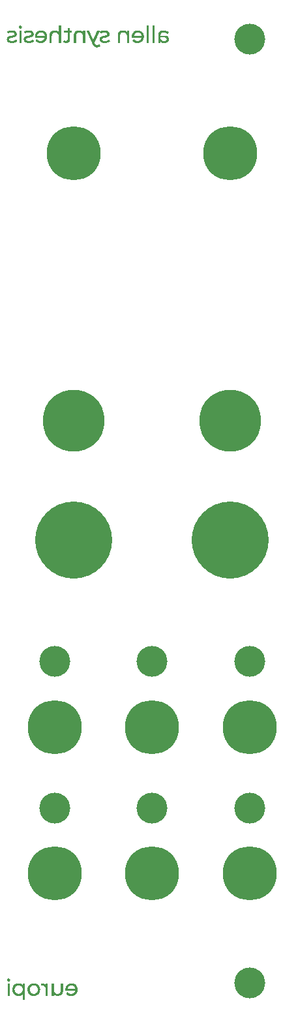
<source format=gbr>
G04 DesignSpark PCB Gerber Version 9.0 Build 5138 *
%FSLAX35Y35*%
%MOMM*%
%ADD87C,0.02540*%
%ADD142C,4.00000*%
%ADD140C,7.00000*%
%ADD93C,8.00000*%
%ADD141C,10.00000*%
X0Y0D02*
D02*
D87*
X905720Y228480D02*
X1033260D01*
X1032670Y222620*
X1031500Y217150*
X1029940Y211880*
X1027790Y207000*
X1025250Y202310*
X1022320Y197820*
X1019000Y193720*
X1015090Y190010*
X1010790Y186490*
X1006300Y183560*
X1001420Y181020*
X996340Y179070*
X990870Y177510*
X985400Y176330*
X979350Y175550*
X973290Y175360*
X966260Y175750*
X959620Y176720*
X953180Y178290*
X947120Y180440*
X941460Y183360*
X935990Y186690*
X931110Y190790*
X926610Y195470*
X914900Y182000*
X920360Y176330*
X926420Y171260*
X933060Y166960*
X940290Y163440*
X944190Y161880*
X948100Y160710*
X952200Y159540*
X956300Y158760*
X960600Y157970*
X964900Y157580*
X969390Y157190*
X973880*
X979540*
X985210Y157780*
X990680Y158560*
X995950Y159540*
X1001030Y160900*
X1006110Y162660*
X1010790Y164810*
X1015480Y167150*
X1019780Y169690*
X1024080Y172620*
X1027980Y175750*
X1031500Y179070*
X1035010Y182580*
X1038140Y186490*
X1041070Y190400*
X1043800Y194890*
X1046150Y199380*
X1048100Y203870*
X1049860Y208760*
X1051420Y213640*
X1052400Y218720*
X1053180Y223990*
X1053760Y229260*
X1053960Y234930*
X1053760Y240400*
X1053370Y245670*
X1052590Y250940*
X1051420Y256020*
X1050050Y260900*
X1048490Y265790*
X1046540Y270280*
X1044190Y274770*
X1041650Y279070*
X1038920Y283170*
X1035790Y287080*
X1032670Y290590*
X1029150Y293910*
X1025440Y297040*
X1021540Y299770*
X1017440Y302310*
X1013140Y304650*
X1008840Y306800*
X1004150Y308360*
X999470Y309730*
X994580Y310900*
X989700Y311690*
X984620Y312080*
X979350Y312270*
X974080Y312080*
X969000Y311690*
X964110Y310900*
X959230Y309730*
X954540Y308360*
X950050Y306800*
X945560Y304650*
X941260Y302310*
X937360Y299770*
X933450Y297040*
X929740Y293910*
X926420Y290590*
X923100Y287080*
X920170Y283360*
X917440Y279260*
X914900Y274970*
X912750Y270470*
X910790Y265980*
X909040Y261100*
X907860Y256220*
X906690Y251140*
X905910Y245860*
X905520Y240400*
X905330Y234930*
X905720Y228480*
X979350Y294500D02*
X984820Y294300D01*
X989900Y293720*
X994970Y292540*
X999660Y290980*
X1004150Y289030*
X1008450Y286690*
X1012550Y283760*
X1016260Y280440*
X1019780Y276920*
X1022900Y273010*
X1025640Y268720*
X1027980Y264220*
X1029940Y259540*
X1031500Y254650*
X1032670Y249380*
X1033260Y243910*
X925050*
X925830Y249380*
X927010Y254650*
X928370Y259540*
X930330Y264220*
X932670Y268720*
X935400Y273010*
X938530Y276920*
X942040Y280440*
X945950Y283760*
X950050Y286690*
X954350Y289030*
X958840Y290980*
X963720Y292540*
X968610Y293720*
X973880Y294300*
X979350Y294500*
X725830Y311100D02*
Y158560D01*
X745560*
Y186490*
X747710Y182970*
X750050Y179850*
X752590Y176720*
X755130Y173990*
X758060Y171450*
X761190Y168910*
X764510Y166760*
X767830Y164810*
X771540Y163050*
X775250Y161490*
X779150Y160120*
X783060Y158950*
X787160Y158170*
X791460Y157580*
X795950Y157190*
X800440*
X807670Y157390*
X814510Y158170*
X820950Y159540*
X827010Y161290*
X832860Y163640*
X838140Y166370*
X843020Y169890*
X847510Y173790*
X851610Y178090*
X855130Y182970*
X858060Y188440*
X860400Y194300*
X862360Y200750*
X863720Y207580*
X864510Y214810*
X864700Y222620*
Y311100*
X844190*
Y224770*
X844000Y218910*
X843410Y213440*
X842440Y208170*
X841260Y203480*
X839510Y199190*
X837550Y195080*
X835010Y191370*
X832280Y188050*
X829150Y185120*
X825640Y182580*
X821930Y180440*
X817830Y178680*
X813530Y177310*
X808840Y176330*
X803760Y175940*
X798290Y175750*
X792440Y175940*
X786970Y176530*
X781690Y177700*
X776810Y179260*
X772320Y181410*
X768020Y183950*
X763920Y186880*
X760400Y190200*
X757080Y194110*
X754350Y198400*
X751810Y202900*
X749860Y207780*
X748490Y213050*
X747320Y218720*
X746730Y224770*
X746540Y231020*
Y311100*
X725830*
X648490Y281220D02*
X646540Y284930D01*
X644390Y288440*
X642040Y291760*
X639510Y294690*
X636580Y297430*
X633650Y299970*
X630330Y302310*
X626810Y304460*
X623100Y306220*
X619190Y307780*
X615090Y309150*
X610790Y310320*
X606300Y311100*
X601420Y311690*
X596540Y312080*
X591260Y312270*
Y292350*
X596340Y292540*
X602200Y292350*
X607670Y291570*
X612940Y290400*
X617830Y288830*
X622320Y286690*
X626420Y284150*
X630330Y281220*
X634040Y277700*
X637160Y273790*
X639900Y269690*
X642240Y265010*
X644190Y259930*
X645760Y254650*
X646730Y248790*
X647320Y242740*
X647710Y236290*
Y158560*
X668220*
Y311100*
X648490*
Y281220*
X489700Y157190D02*
X495170D01*
X500440Y157780*
X505520Y158560*
X510600Y159540*
X515480Y160900*
X520170Y162660*
X524860Y164810*
X529350Y167150*
X533650Y169690*
X537750Y172620*
X541650Y175750*
X545170Y179070*
X548490Y182580*
X551610Y186490*
X554540Y190400*
X557280Y194890*
X559620Y199380*
X561580Y203870*
X563330Y208760*
X564900Y213640*
X565870Y218720*
X566650Y223990*
X567240Y229260*
X567440Y234930*
X567240Y240400*
X566650Y245670*
X565870Y250940*
X564900Y256020*
X563330Y260900*
X561580Y265790*
X559620Y270280*
X557280Y274770*
X554540Y279070*
X551610Y283170*
X548490Y287080*
X545170Y290590*
X541650Y293910*
X537750Y297040*
X533650Y299770*
X529350Y302310*
X524860Y304650*
X520170Y306800*
X515480Y308360*
X510600Y309730*
X505520Y310900*
X500440Y311690*
X495170Y312080*
X489700Y312270*
X484230Y312080*
X478960Y311690*
X473690Y310900*
X468610Y309730*
X463720Y308360*
X459040Y306800*
X454350Y304650*
X449860Y302310*
X445560Y299770*
X441460Y297040*
X437750Y293910*
X434040Y290590*
X430720Y287080*
X427590Y283170*
X424860Y279070*
X422120Y274770*
X419780Y270280*
X417830Y265790*
X416070Y260900*
X414700Y256020*
X413530Y250940*
X412750Y245670*
X412360Y240400*
X412160Y234930*
X412360Y229260*
X412750Y223990*
X413530Y218720*
X414700Y213640*
X416070Y208760*
X417830Y203870*
X419780Y199380*
X422120Y194890*
X424860Y190400*
X427590Y186490*
X430720Y182580*
X434040Y179070*
X437750Y175750*
X441460Y172620*
X445560Y169690*
X449860Y167150*
X454350Y164810*
X459040Y162660*
X463720Y160900*
X468610Y159540*
X473690Y158560*
X478960Y157780*
X484230Y157190*
X489700*
Y175360D02*
X485600Y175550D01*
X481690Y175750*
X477980Y176330*
X474270Y177310*
X470560Y178290*
X467240Y179460*
X463720Y181020*
X460400Y182780*
X457280Y184730*
X454350Y186880*
X451610Y189220*
X449080Y191760*
X446540Y194500*
X444390Y197430*
X442240Y200550*
X440290Y203870*
X438720Y207190*
X437160Y210900*
X435990Y214610*
X434820Y218330*
X434040Y222230*
X433450Y226330*
X433260Y230630*
X433060Y234930*
X433260Y239030*
X433450Y243330*
X434040Y247430*
X434820Y251330*
X435990Y255040*
X437160Y258760*
X438720Y262470*
X440290Y265790*
X444390Y272230*
X449080Y277900*
X454350Y282780*
X457280Y284930*
X460400Y286880*
X463720Y288640*
X467240Y290200*
X470560Y291370*
X474270Y292350*
X477980Y293330*
X481690Y293910*
X485600Y294110*
X489700Y294300*
X493610Y294110*
X497510Y293910*
X501420Y293330*
X505130Y292350*
X508650Y291370*
X512160Y290200*
X515480Y288640*
X518800Y286880*
X521930Y284930*
X524860Y282780*
X530330Y277900*
X535010Y272230*
X539110Y265790*
X540870Y262470*
X542240Y258760*
X543610Y255040*
X544580Y251330*
X545360Y247430*
X545950Y243330*
X546340Y239030*
X546540Y234930*
X546340Y230630*
X545950Y226330*
X545360Y222230*
X544580Y218330*
X543610Y214610*
X542240Y210900*
X540870Y207190*
X539110Y203870*
X537160Y200550*
X535010Y197430*
X532860Y194500*
X530330Y191760*
X527790Y189220*
X524860Y186880*
X521930Y184730*
X518800Y182780*
X515480Y181020*
X512160Y179460*
X508650Y178290*
X505130Y177310*
X501420Y176330*
X497510Y175750*
X493610Y175550*
X489700Y175360*
X291650Y312270D02*
X286190Y312080D01*
X281110Y311690*
X276030Y310900*
X271150Y309730*
X266260Y308560*
X261580Y306800*
X257080Y304850*
X252790Y302510*
X248490Y299970*
X244390Y297230*
X240680Y294110*
X237160Y290790*
X233840Y287270*
X230910Y283560*
X227980Y279460*
X225440Y275160*
X223100Y270670*
X221150Y265980*
X219390Y261100*
X218020Y256220*
X217040Y251140*
X216260Y245860*
X215680Y240400*
X215480Y234930*
X215680Y229260*
X216260Y223600*
X217040Y218330*
X218020Y213250*
X219390Y208170*
X221150Y203290*
X223100Y198790*
X225440Y194300*
X227980Y190010*
X230910Y185900*
X233840Y182000*
X237160Y178480*
X240680Y175160*
X244390Y172230*
X248290Y169300*
X252590Y166760*
X256890Y164610*
X261380Y162470*
X266070Y160900*
X270950Y159540*
X275830Y158560*
X280910Y157780*
X286190Y157190*
X291650*
X296150*
X300640Y157580*
X304940Y158170*
X309230Y158950*
X313330Y160120*
X317440Y161490*
X321340Y163050*
X325050Y164810*
X328760Y166760*
X332280Y169110*
X335600Y171450*
X338720Y174190*
X341650Y177110*
X344390Y180240*
X347120Y183760*
X349660Y187270*
Y102310*
X370170*
Y311100*
X350440*
Y281020*
X348100Y284540*
X345360Y288050*
X342630Y291180*
X339700Y294300*
X336580Y297040*
X333260Y299580*
X329540Y301920*
X325830Y304070*
X322120Y306020*
X318020Y307780*
X313920Y309150*
X309620Y310320*
X305330Y311100*
X300830Y311690*
X296340Y312080*
X291650Y312270*
X293020Y175360D02*
X289110Y175550D01*
X285210Y175750*
X281500Y176330*
X277790Y177310*
X274270Y178290*
X270760Y179460*
X267240Y181020*
X263920Y182780*
X260790Y184730*
X257860Y186880*
X254940Y189220*
X252400Y191760*
X249860Y194500*
X247710Y197430*
X245560Y200550*
X243610Y203870*
X241850Y207190*
X240290Y210900*
X239110Y214610*
X237940Y218330*
X237160Y222230*
X236580Y226330*
X236190Y230630*
Y234930*
Y239030*
X236580Y243330*
X237160Y247230*
X237940Y251330*
X239110Y255040*
X240290Y258760*
X241850Y262270*
X243610Y265790*
X247710Y272040*
X252400Y277700*
X257860Y282580*
X263920Y286690*
X267240Y288440*
X270760Y290010*
X274270Y291370*
X277790Y292350*
X281500Y293130*
X285210Y293720*
X289110Y294110*
X293020Y294300*
X296930Y294110*
X300830Y293720*
X304740Y293130*
X308450Y292350*
X311970Y291370*
X315480Y290010*
X318800Y288440*
X322120Y286690*
X328180Y282580*
X333650Y277700*
X338330Y272040*
X342440Y265790*
X344190Y262270*
X345760Y258760*
X346930Y255040*
X348100Y251330*
X348880Y247230*
X349470Y243330*
X349660Y239030*
X349860Y234930*
X349660Y230630*
X349470Y226330*
X348880Y222230*
X348100Y218330*
X346930Y214610*
X345760Y210900*
X344190Y207190*
X342440Y203870*
X340480Y200550*
X338330Y197430*
X336190Y194500*
X333650Y191760*
X331110Y189220*
X328180Y186880*
X325250Y184730*
X322120Y182780*
X318800Y181020*
X315480Y179460*
X311970Y178290*
X308450Y177310*
X304740Y176330*
X300830Y175750*
X296930Y175550*
X293020Y175360*
X173490Y311100D02*
X152980D01*
Y158560*
X173490*
Y311100*
X163140Y344500D02*
X166070Y344690D01*
X169000Y345470*
X171540Y346840*
X173690Y348790*
X175640Y351140*
X177010Y353680*
X177790Y356410*
X178180Y359340*
X177790Y362080*
X177010Y364610*
X175640Y367150*
X173690Y369500*
X171540Y371260*
X169000Y372620*
X166070Y373400*
X163140Y373790*
X160010Y373400*
X157080Y372620*
X154540Y371450*
X152400Y369500*
X150440Y367350*
X149080Y365010*
X148290Y362270*
X147900Y359540*
X148290Y356410*
X149080Y353680*
X150440Y351140*
X152400Y348790*
X154540Y346840*
X157080Y345470*
X160010Y344690*
X163140Y344500*
X349660Y104040D02*
X370170D01*
X349660Y106420D02*
X370170D01*
X349660Y108800D02*
X370170D01*
X349660Y111180D02*
X370170D01*
X349660Y113560D02*
X370170D01*
X349660Y115940D02*
X370170D01*
X349660Y118320D02*
X370170D01*
X349660Y120700D02*
X370170D01*
X349660Y123080D02*
X370170D01*
X349660Y125460D02*
X370170D01*
X349660Y127840D02*
X370170D01*
X349660Y130220D02*
X370170D01*
X349660Y132600D02*
X370170D01*
X349660Y134980D02*
X370170D01*
X349660Y137360D02*
X370170D01*
X349660Y139740D02*
X370170D01*
X349660Y142120D02*
X370170D01*
X349660Y144500D02*
X370170D01*
X349660Y146880D02*
X370170D01*
X349660Y149260D02*
X370170D01*
X349660Y151640D02*
X370170D01*
X349660Y154020D02*
X370170D01*
X349660Y156400D02*
X370170D01*
X152980Y158780D02*
X173490D01*
X274730D02*
X308300D01*
X349660D02*
X370170D01*
X472550D02*
X506660D01*
X647710D02*
X668220D01*
X725830D02*
X745560D01*
X783950D02*
X817380D01*
X956300D02*
X991860D01*
X152980Y161160D02*
X173490D01*
X265290D02*
X316450D01*
X349660D02*
X370170D01*
X463030D02*
X516170D01*
X647710D02*
X668220D01*
X725830D02*
X745560D01*
X776190D02*
X826560D01*
X946600D02*
X1001780D01*
X152980Y163540D02*
X173490D01*
X259140D02*
X322370D01*
X349660D02*
X370170D01*
X457120D02*
X522090D01*
X647710D02*
X668220D01*
X725830D02*
X745560D01*
X770510D02*
X832610D01*
X940080D02*
X1008030D01*
X152980Y165920D02*
X173490D01*
X254270D02*
X327160D01*
X349660D02*
X370170D01*
X452220D02*
X526990D01*
X647710D02*
X668220D01*
X725830D02*
X745560D01*
X765940D02*
X837270D01*
X935200D02*
X1013010D01*
X152980Y168300D02*
X173490D01*
X249980D02*
X331070D01*
X349660D02*
X370170D01*
X447910D02*
X531300D01*
X647710D02*
X668220D01*
X725830D02*
X745560D01*
X762130D02*
X840820D01*
X930990D02*
X1017430D01*
X152980Y170680D02*
X173490D01*
X246450D02*
X334510D01*
X349660D02*
X370170D01*
X444170D02*
X535040D01*
X647710D02*
X668220D01*
X725830D02*
X745560D01*
X759010D02*
X843930D01*
X927320D02*
X1021230D01*
X152980Y173060D02*
X173490D01*
X243340D02*
X337430D01*
X349660D02*
X370170D01*
X440940D02*
X538300D01*
X647710D02*
X668220D01*
X725830D02*
X745560D01*
X756200D02*
X846670D01*
X924270D02*
X1024630D01*
X152980Y175440D02*
X173490D01*
X240380D02*
X291370D01*
X294670D02*
X339970D01*
X349660D02*
X370170D01*
X438120D02*
X487970D01*
X491350D02*
X541260D01*
X647710D02*
X668220D01*
X725830D02*
X745560D01*
X753780D02*
X849080D01*
X921420D02*
X971850D01*
X975840D02*
X1027590D01*
X152980Y177820D02*
X173490D01*
X237860D02*
X275960D01*
X310280D02*
X342270D01*
X349660D02*
X370170D01*
X435440D02*
X472340D01*
X506960D02*
X543840D01*
X647710D02*
X668220D01*
X725830D02*
X745560D01*
X751700D02*
X781310D01*
X815130D02*
X851350D01*
X918930D02*
X955110D01*
X991960D02*
X1030170D01*
X152980Y180200D02*
X173490D01*
X235540D02*
X269090D01*
X317050D02*
X344360D01*
X349660D02*
X370170D01*
X432970D02*
X465570D01*
X513730D02*
X546240D01*
X647710D02*
X668220D01*
X725830D02*
X745560D01*
X749790D02*
X774850D01*
X821370D02*
X853130D01*
X916630D02*
X947800D01*
X999280D02*
X1032630D01*
X152980Y182580D02*
X173490D01*
X233400D02*
X264300D01*
X321740D02*
X346200D01*
X349660D02*
X370170D01*
X430720D02*
X460780D01*
X518420D02*
X548490D01*
X647710D02*
X668220D01*
X725830D02*
X745560D01*
X748000D02*
X770340D01*
X825640D02*
X854850D01*
X915400D02*
X942970D01*
X1004420D02*
X1035010D01*
X152980Y184960D02*
X173490D01*
X231620D02*
X260480D01*
X325560D02*
X347990D01*
X349660D02*
X370170D01*
X428810D02*
X456970D01*
X522240D02*
X550390D01*
X647710D02*
X668220D01*
X725830D02*
X745560D01*
X746490D02*
X766610D01*
X828930D02*
X856200D01*
X917470D02*
X938830D01*
X1008450D02*
X1036920D01*
X152980Y187340D02*
X173490D01*
X229880D02*
X257290D01*
X328760D02*
X370170D01*
X427000D02*
X453810D01*
X525440D02*
X552250D01*
X647710D02*
X668220D01*
X725830D02*
X763430D01*
X831520D02*
X857470D01*
X919540D02*
X935220D01*
X1011830D02*
X1038780D01*
X152980Y189720D02*
X173490D01*
X228190D02*
X254440D01*
X331610D02*
X370170D01*
X425330D02*
X451110D01*
X528290D02*
X554030D01*
X647710D02*
X668220D01*
X725830D02*
X760910D01*
X833650D02*
X858570D01*
X921610D02*
X932380D01*
X1014740D02*
X1040560D01*
X152980Y192100D02*
X173490D01*
X226740D02*
X252080D01*
X333970D02*
X370170D01*
X423820D02*
X448760D01*
X530640D02*
X555580D01*
X647710D02*
X668220D01*
X725830D02*
X758790D01*
X835510D02*
X859520D01*
X923680D02*
X929850D01*
X1017290D02*
X1042100D01*
X152980Y194480D02*
X173490D01*
X225350D02*
X249870D01*
X336190D02*
X370170D01*
X422370D02*
X446550D01*
X532860D02*
X557030D01*
X647710D02*
X668220D01*
X725830D02*
X756840D01*
X837140D02*
X860450D01*
X925750D02*
X927560D01*
X1019620D02*
X1043550D01*
X152980Y196860D02*
X173490D01*
X224110D02*
X248130D01*
X337910D02*
X370170D01*
X421090D02*
X444810D01*
X534590D02*
X558310D01*
X647710D02*
X668220D01*
X725830D02*
X755330D01*
X838400D02*
X861180D01*
X1021540D02*
X1044830D01*
X152980Y199240D02*
X173490D01*
X222910D02*
X246460D01*
X339580D02*
X370170D01*
X419850D02*
X443140D01*
X536260D02*
X559550D01*
X647710D02*
X668220D01*
X725830D02*
X753880D01*
X839530D02*
X861900D01*
X1023250D02*
X1046080D01*
X152980Y201620D02*
X173490D01*
X221870D02*
X244930D01*
X341110D02*
X370170D01*
X418810D02*
X441610D01*
X537790D02*
X560600D01*
X647710D02*
X668220D01*
X725830D02*
X752530D01*
X840500D02*
X862530D01*
X1024800D02*
X1047120D01*
X152980Y204000D02*
X173490D01*
X220890D02*
X243540D01*
X342510D02*
X370170D01*
X417780D02*
X440230D01*
X539180D02*
X561630D01*
X647710D02*
X668220D01*
X725830D02*
X751370D01*
X841390D02*
X863010D01*
X1026170D02*
X1048150D01*
X152980Y206380D02*
X173490D01*
X220040D02*
X242280D01*
X343760D02*
X370170D01*
X416930D02*
X439100D01*
X540440D02*
X562480D01*
X647710D02*
X668220D01*
X725830D02*
X750420D01*
X841990D02*
X863480D01*
X1027450D02*
X1049000D01*
X152980Y208760D02*
X173490D01*
X219230D02*
X241190D01*
X344850D02*
X370170D01*
X416070D02*
X438060D01*
X541450D02*
X563330D01*
X647710D02*
X668220D01*
X725830D02*
X749610D01*
X842550D02*
X863850D01*
X1028570D02*
X1049860D01*
X152980Y211140D02*
X173490D01*
X218590D02*
X240210D01*
X345840D02*
X370170D01*
X415400D02*
X437080D01*
X542330D02*
X564100D01*
X647710D02*
X668220D01*
X725830D02*
X748990D01*
X842990D02*
X864110D01*
X1029610D02*
X1050620D01*
X152980Y213520D02*
X173490D01*
X217970D02*
X239460D01*
X346590D02*
X370170D01*
X414730D02*
X436330D01*
X543210D02*
X564860D01*
X647710D02*
X668220D01*
X725830D02*
X748390D01*
X843420D02*
X864370D01*
X1030430D02*
X1051380D01*
X152980Y215900D02*
X173490D01*
X217510D02*
X238700D01*
X347340D02*
X370170D01*
X414180D02*
X435580D01*
X543950D02*
X565330D01*
X647710D02*
X668220D01*
X725830D02*
X747900D01*
X843680D02*
X864540D01*
X1031130D02*
X1051860D01*
X152980Y218280D02*
X173490D01*
X217050D02*
X237960D01*
X348080D02*
X370170D01*
X413630D02*
X434840D01*
X544570D02*
X565790D01*
X647710D02*
X668220D01*
X725830D02*
X747410D01*
X843930D02*
X864590D01*
X1031740D02*
X1052320D01*
X152980Y220660D02*
X173490D01*
X216700D02*
X237470D01*
X348570D02*
X370170D01*
X413240D02*
X434350D01*
X545050D02*
X566160D01*
X647710D02*
X668220D01*
X725830D02*
X747130D01*
X844060D02*
X864650D01*
X1032250D02*
X1052690D01*
X152980Y223040D02*
X173490D01*
X216340D02*
X237050D01*
X349000D02*
X370170D01*
X412890D02*
X433920D01*
X545480D02*
X566510D01*
X647710D02*
X668220D01*
X725830D02*
X746900D01*
X844130D02*
X864700D01*
X1032710D02*
X1053040D01*
X152980Y225420D02*
X173490D01*
X216070D02*
X236710D01*
X349340D02*
X370170D01*
X412640D02*
X433580D01*
X545820D02*
X566810D01*
X647710D02*
X668220D01*
X725830D02*
X746710D01*
X844190D02*
X864700D01*
X1032950D02*
X1053340D01*
X152980Y227800D02*
X173490D01*
X215830D02*
X236450D01*
X349530D02*
X370170D01*
X412470D02*
X433390D01*
X546080D02*
X567080D01*
X647710D02*
X668220D01*
X725830D02*
X746640D01*
X844190D02*
X864700D01*
X1033190D02*
X1053600D01*
X152980Y230180D02*
X173490D01*
X215650D02*
X236230D01*
X349640D02*
X370170D01*
X412330D02*
X433280D01*
X546300D02*
X567270D01*
X647710D02*
X668220D01*
X725830D02*
X746570D01*
X844190D02*
X864700D01*
X905620D02*
X1053790D01*
X152980Y232560D02*
X173490D01*
X215560D02*
X236190D01*
X349750D02*
X370170D01*
X412240D02*
X433170D01*
X546430D02*
X567360D01*
X647710D02*
X668220D01*
X725830D02*
X746540D01*
X844190D02*
X864700D01*
X905470D02*
X1053880D01*
X152980Y234940D02*
X173490D01*
X215480D02*
X236190D01*
X349860D02*
X370170D01*
X412160D02*
X433060D01*
X546540D02*
X567440D01*
X647710D02*
X668220D01*
X725830D02*
X746540D01*
X844190D02*
X864700D01*
X905330D02*
X1053960D01*
X152980Y237320D02*
X173490D01*
X215570D02*
X236190D01*
X349740D02*
X370170D01*
X412250D02*
X433180D01*
X546420D02*
X567350D01*
X647650D02*
X668220D01*
X725830D02*
X746540D01*
X844190D02*
X864700D01*
X905410D02*
X1053870D01*
X152980Y239700D02*
X173490D01*
X215650D02*
X236250D01*
X349630D02*
X370170D01*
X412330D02*
X433290D01*
X546280D02*
X567270D01*
X647500D02*
X668220D01*
X725830D02*
X746540D01*
X844190D02*
X864700D01*
X905500D02*
X1053790D01*
X152980Y242080D02*
X173490D01*
X215860D02*
X236470D01*
X349530D02*
X370170D01*
X412480D02*
X433390D01*
X546060D02*
X567050D01*
X647360D02*
X668220D01*
X725830D02*
X746540D01*
X844190D02*
X864700D01*
X905640D02*
X1053640D01*
X152980Y244460D02*
X173490D01*
X216110D02*
X236750D01*
X349300D02*
X370170D01*
X412660D02*
X433610D01*
X545790D02*
X566790D01*
X647150D02*
X668220D01*
X725830D02*
X746540D01*
X844190D02*
X864700D01*
X905810D02*
X925130D01*
X1033200D02*
X1053460D01*
X152980Y246840D02*
X173490D01*
X216400D02*
X237100D01*
X348940D02*
X370170D01*
X412920D02*
X433960D01*
X545440D02*
X566480D01*
X646920D02*
X668220D01*
X725830D02*
X746540D01*
X844190D02*
X864700D01*
X906050D02*
X925470D01*
X1032940D02*
X1053200D01*
X152980Y249220D02*
X173490D01*
X216760D02*
X237540D01*
X348500D02*
X370170D01*
X413280D02*
X434400D01*
X545000D02*
X566120D01*
X646660D02*
X668220D01*
X725830D02*
X746540D01*
X844190D02*
X864700D01*
X906410D02*
X925810D01*
X1032690D02*
X1052840D01*
X152980Y251600D02*
X173490D01*
X217130D02*
X238030D01*
X348010D02*
X370170D01*
X413680D02*
X434910D01*
X544510D02*
X565740D01*
X646260D02*
X668220D01*
X725830D02*
X746540D01*
X844190D02*
X864700D01*
X906800D02*
X926330D01*
X1032180D02*
X1052440D01*
X152980Y253980D02*
X173490D01*
X217590D02*
X238780D01*
X347260D02*
X370170D01*
X414230D02*
X435660D01*
X543890D02*
X565290D01*
X645870D02*
X668220D01*
X725830D02*
X746540D01*
X844190D02*
X864700D01*
X907340D02*
X926860D01*
X1031650D02*
X1051890D01*
X152980Y256360D02*
X173490D01*
X218060D02*
X239530D01*
X346510D02*
X370170D01*
X414800D02*
X436410D01*
X543120D02*
X564790D01*
X645250D02*
X668220D01*
X725830D02*
X746540D01*
X844190D02*
X864700D01*
X907890D02*
X927490D01*
X1030950D02*
X1051320D01*
X152980Y258740D02*
X173490D01*
X218730D02*
X240280D01*
X345760D02*
X370170D01*
X415460D02*
X437150D01*
X542240D02*
X564020D01*
X644540D02*
X668220D01*
X725830D02*
X746540D01*
X844190D02*
X864700D01*
X908470D02*
X928150D01*
X1030200D02*
X1050660D01*
X152980Y261120D02*
X173490D01*
X219390D02*
X241340D01*
X344700D02*
X370170D01*
X416150D02*
X438150D01*
X541370D02*
X563250D01*
X643730D02*
X668220D01*
X725830D02*
X746540D01*
X844190D02*
X864700D01*
X909040D02*
X929030D01*
X1029280D02*
X1049980D01*
X152980Y263500D02*
X173490D01*
X220260D02*
X242470D01*
X343580D02*
X370170D01*
X417010D02*
X439210D01*
X540320D02*
X562400D01*
X642820D02*
X668220D01*
X725830D02*
X746540D01*
X844190D02*
X864700D01*
X909900D02*
X930030D01*
X1028280D02*
X1049220D01*
X152980Y265880D02*
X173490D01*
X221110D02*
X243670D01*
X342380D02*
X370170D01*
X417870D02*
X440350D01*
X539050D02*
X561540D01*
X641810D02*
X668220D01*
X725830D02*
X746540D01*
X844190D02*
X864700D01*
X910750D02*
X931190D01*
X1027120D02*
X1048450D01*
X152980Y268260D02*
X173490D01*
X222100D02*
X245230D01*
X340820D02*
X370170D01*
X418900D02*
X441860D01*
X537540D02*
X560500D01*
X640620D02*
X668220D01*
X725830D02*
X746540D01*
X844190D02*
X864700D01*
X911790D02*
X932430D01*
X1025880D02*
X1047420D01*
X152980Y270640D02*
X173490D01*
X223100D02*
X246790D01*
X339250D02*
X370170D01*
X419970D02*
X443380D01*
X536020D02*
X559430D01*
X639270D02*
X668220D01*
X725830D02*
X746540D01*
X844190D02*
X864700D01*
X912830D02*
X933890D01*
X1024410D02*
X1046350D01*
X152980Y273020D02*
X173490D01*
X224320D02*
X248520D01*
X337520D02*
X370170D01*
X421210D02*
X445040D01*
X534360D02*
X558190D01*
X637670D02*
X668220D01*
X725830D02*
X746540D01*
X844190D02*
X864700D01*
X913970D02*
X935410D01*
X1022900D02*
X1045110D01*
X152980Y275400D02*
X173490D01*
X225580D02*
X250490D01*
X335550D02*
X370170D01*
X422520D02*
X447010D01*
X532390D02*
X556880D01*
X635880D02*
X668220D01*
X725830D02*
X746540D01*
X844190D02*
X864700D01*
X915150D02*
X937310D01*
X1020990D02*
X1043820D01*
X152980Y277780D02*
X173490D01*
X226990D02*
X252490D01*
X333560D02*
X370170D01*
X424040D02*
X448980D01*
X530430D02*
X555360D01*
X633960D02*
X668220D01*
X725830D02*
X746540D01*
X844190D02*
X864700D01*
X916560D02*
X939390D01*
X1018920D02*
X1042410D01*
X152980Y280160D02*
X173490D01*
X228480D02*
X255150D01*
X330890D02*
X370170D01*
X425590D02*
X451520D01*
X527800D02*
X553760D01*
X631450D02*
X668220D01*
X725830D02*
X746540D01*
X844190D02*
X864700D01*
X918040D02*
X941760D01*
X1016540D02*
X1040920D01*
X152980Y282540D02*
X173490D01*
X230180D02*
X257800D01*
X328180D02*
X349430D01*
X350440D02*
X370170D01*
X427170D02*
X454090D01*
X525130D02*
X552060D01*
X628570D02*
X647800D01*
X648490D02*
X668220D01*
X725830D02*
X746540D01*
X844190D02*
X864700D01*
X919620D02*
X944510D01*
X1013910D02*
X1039340D01*
X152980Y284920D02*
X173490D01*
X231980D02*
X261310D01*
X324730D02*
X347800D01*
X350440D02*
X370170D01*
X428990D02*
X457260D01*
X521930D02*
X550210D01*
X625180D02*
X646550D01*
X648490D02*
X668220D01*
X725830D02*
X746540D01*
X844190D02*
X864700D01*
X921400D02*
X947570D01*
X1010930D02*
X1037520D01*
X152980Y287300D02*
X173490D01*
X233840D02*
X265080D01*
X320960D02*
X345950D01*
X350440D02*
X370170D01*
X430930D02*
X461190D01*
X518010D02*
X548280D01*
X621040D02*
X645090D01*
X648490D02*
X668220D01*
X725830D02*
X746540D01*
X844190D02*
X864700D01*
X923310D02*
X951170D01*
X1007330D02*
X1035590D01*
X152980Y289680D02*
X173490D01*
X236110D02*
X270020D01*
X316180D02*
X343940D01*
X350440D02*
X370170D01*
X433180D02*
X466070D01*
X513270D02*
X546030D01*
X615180D02*
X643510D01*
X648490D02*
X668220D01*
X725830D02*
X746540D01*
X844190D02*
X864700D01*
X925560D02*
X955850D01*
X1002650D02*
X1033480D01*
X152980Y292060D02*
X173490D01*
X238510D02*
X276750D01*
X309490D02*
X341800D01*
X350440D02*
X370170D01*
X435680D02*
X473170D01*
X506170D02*
X543610D01*
X604230D02*
X641780D01*
X648490D02*
X668220D01*
X725830D02*
X746540D01*
X844190D02*
X864700D01*
X927890D02*
X962220D01*
X996410D02*
X1031110D01*
X152980Y294440D02*
X173490D01*
X241070D02*
X339540D01*
X350440D02*
X370170D01*
X438380D02*
X540990D01*
X591260D02*
X639730D01*
X648490D02*
X668220D01*
X725830D02*
X746540D01*
X844190D02*
X864700D01*
X930370D02*
X977710D01*
X980990D02*
X1028520D01*
X152980Y296820D02*
X173490D01*
X243900D02*
X336830D01*
X350440D02*
X370170D01*
X441200D02*
X538020D01*
X591260D02*
X637230D01*
X648490D02*
X668220D01*
X725830D02*
X746540D01*
X844190D02*
X864700D01*
X933190D02*
X1025700D01*
X152980Y299200D02*
X173490D01*
X247340D02*
X333760D01*
X350440D02*
X370170D01*
X444700D02*
X534510D01*
X591260D02*
X634540D01*
X648490D02*
X668220D01*
X725830D02*
X746540D01*
X844190D02*
X864700D01*
X936540D02*
X1022350D01*
X152980Y301580D02*
X173490D01*
X251220D02*
X330080D01*
X350440D02*
X370170D01*
X448620D02*
X530590D01*
X591260D02*
X631370D01*
X648490D02*
X668220D01*
X725830D02*
X746540D01*
X844190D02*
X864700D01*
X940140D02*
X1018620D01*
X152980Y303960D02*
X173490D01*
X255450D02*
X326020D01*
X350440D02*
X370170D01*
X453030D02*
X526180D01*
X591260D02*
X627630D01*
X648490D02*
X668220D01*
X725830D02*
X746540D01*
X844190D02*
X864700D01*
X944290D02*
X1014410D01*
X152980Y306340D02*
X173490D01*
X260520D02*
X321370D01*
X350440D02*
X370170D01*
X458040D02*
X521170D01*
X591260D02*
X622800D01*
X648490D02*
X668220D01*
X725830D02*
X746540D01*
X844190D02*
X864700D01*
X949090D02*
X1009760D01*
X152980Y308720D02*
X173490D01*
X266930D02*
X315210D01*
X350440D02*
X370170D01*
X465000D02*
X514200D01*
X591260D02*
X616380D01*
X648490D02*
X668220D01*
X725830D02*
X746540D01*
X844190D02*
X864700D01*
X955770D02*
X1002920D01*
X277320Y311100D02*
X305330D01*
X475020D02*
X504230D01*
X591260D02*
X606300D01*
X965350D02*
X993340D01*
X154540Y346800D02*
X171500D01*
X152070Y349180D02*
X174010D01*
X150220Y351560D02*
X175870D01*
X149000Y353940D02*
X177080D01*
X148320Y356320D02*
X177760D01*
X148000Y358700D02*
X178090D01*
X148120Y361080D02*
X177930D01*
X148630Y363460D02*
X177360D01*
X149560Y365840D02*
X176350D01*
X151230Y368220D02*
X174750D01*
X153610Y370600D02*
X172350D01*
X158430Y372980D02*
X167650D01*
X2173210Y12682270D02*
X2165980Y12682080D01*
X2159150Y12681290*
X2152700Y12680120*
X2146840Y12678560*
X2141180Y12676410*
X2136100Y12673870*
X2131610Y12670750*
X2127310Y12667230*
X2123600Y12663330*
X2120280Y12659030*
X2117540Y12654150*
X2115400Y12648870*
X2113640Y12643010*
X2112470Y12636760*
X2111690Y12630120*
X2111290Y12623090*
Y12528560*
X2131020*
Y12552390*
X2132970Y12549460*
X2134930Y12546720*
X2137270Y12544190*
X2139610Y12541650*
X2142350Y12539500*
X2145280Y12537350*
X2148210Y12535590*
X2151530Y12533830*
X2155040Y12532270*
X2158560Y12530900*
X2162470Y12529730*
X2166370Y12528760*
X2170470Y12527970*
X2174580Y12527580*
X2179070Y12527190*
X2183560*
X2189810Y12527390*
X2195670Y12527780*
X2201330Y12528760*
X2206610Y12530120*
X2211490Y12531880*
X2215980Y12534030*
X2220280Y12536370*
X2224190Y12539300*
X2227700Y12542430*
X2230830Y12545940*
X2233360Y12549460*
X2235510Y12553360*
X2237080Y12557470*
X2238440Y12561960*
X2239030Y12566650*
X2239220Y12571530*
X2239030Y12576220*
X2238440Y12580710*
X2237270Y12585010*
X2235710Y12588910*
X2233760Y12592820*
X2231410Y12596330*
X2228480Y12599650*
X2225160Y12602780*
X2221450Y12605510*
X2217150Y12608050*
X2212270Y12610010*
X2207000Y12611760*
X2201140Y12612940*
X2194690Y12613910*
X2187860Y12614500*
X2180440Y12614690*
X2132000*
Y12624070*
X2132190Y12628760*
X2132580Y12633250*
X2133560Y12637350*
X2134730Y12641260*
X2136290Y12644970*
X2138250Y12648290*
X2140400Y12651220*
X2142940Y12653950*
X2145860Y12656490*
X2149190Y12658440*
X2152700Y12660200*
X2156610Y12661760*
X2160710Y12662740*
X2165200Y12663720*
X2170080Y12664110*
X2175160Y12664300*
X2182390Y12663910*
X2189420Y12663130*
X2196260Y12661570*
X2203090Y12659420*
X2209540Y12656880*
X2215400Y12653760*
X2220860Y12650240*
X2225940Y12646330*
X2235320Y12661760*
X2229070Y12666260*
X2222430Y12670360*
X2215200Y12673870*
X2207390Y12676800*
X2199190Y12679150*
X2190790Y12680900*
X2182000Y12681880*
X2173210Y12682270*
X2180440Y12543400D02*
X2176140D01*
X2172040Y12543790*
X2168130Y12544380*
X2164220Y12545360*
X2160510Y12546530*
X2157000Y12547900*
X2153680Y12549460*
X2150550Y12551220*
X2147430Y12553360*
X2144690Y12555710*
X2142150Y12558250*
X2139610Y12560980*
X2137470Y12564110*
X2135320Y12567230*
X2133560Y12570750*
X2132000Y12574460*
Y12599260*
X2179850*
X2184540*
X2189030Y12598870*
X2193130Y12598290*
X2197040Y12597700*
X2200550Y12596720*
X2203680Y12595550*
X2206610Y12594190*
X2209150Y12592430*
X2211490Y12590670*
X2213440Y12588720*
X2215200Y12586370*
X2216570Y12584030*
X2217540Y12581290*
X2218330Y12578360*
X2218910Y12575440*
Y12572110*
Y12568790*
X2218330Y12565670*
X2217540Y12562740*
X2216370Y12560200*
X2215010Y12557660*
X2213250Y12555120*
X2211290Y12552970*
X2208760Y12551020*
X2206220Y12549260*
X2203290Y12547700*
X2200160Y12546330*
X2196650Y12545160*
X2192940Y12544380*
X2189030Y12543790*
X2184930Y12543400*
X2180440*
X2055440Y12743790D02*
X2034930D01*
Y12528560*
X2055440*
Y12743790*
X1977510D02*
X1957000D01*
Y12528560*
X1977510*
Y12743790*
X1766760Y12598480D02*
X1894300D01*
X1893720Y12592620*
X1892540Y12587150*
X1890980Y12581880*
X1888830Y12577000*
X1886290Y12572310*
X1883360Y12567820*
X1880040Y12563720*
X1876140Y12560010*
X1871840Y12556490*
X1867350Y12553560*
X1862470Y12551020*
X1857390Y12549070*
X1851920Y12547510*
X1846450Y12546330*
X1840400Y12545550*
X1834340Y12545360*
X1827310Y12545750*
X1820670Y12546720*
X1814220Y12548290*
X1808170Y12550440*
X1802510Y12553360*
X1797040Y12556690*
X1792150Y12560790*
X1787660Y12565470*
X1775940Y12552000*
X1781410Y12546330*
X1787470Y12541260*
X1794110Y12536960*
X1801330Y12533440*
X1805240Y12531880*
X1809150Y12530710*
X1813250Y12529540*
X1817350Y12528760*
X1821650Y12527970*
X1825940Y12527580*
X1830440Y12527190*
X1834930*
X1840590*
X1846260Y12527780*
X1851720Y12528560*
X1857000Y12529540*
X1862080Y12530900*
X1867150Y12532660*
X1871840Y12534810*
X1876530Y12537150*
X1880830Y12539690*
X1885120Y12542620*
X1889030Y12545750*
X1892540Y12549070*
X1896060Y12552580*
X1899190Y12556490*
X1902110Y12560400*
X1904850Y12564890*
X1907190Y12569380*
X1909150Y12573870*
X1910900Y12578760*
X1912470Y12583640*
X1913440Y12588720*
X1914220Y12593990*
X1914810Y12599260*
X1915010Y12604930*
X1914810Y12610400*
X1914420Y12615670*
X1913640Y12620940*
X1912470Y12626020*
X1911100Y12630900*
X1909540Y12635790*
X1907580Y12640280*
X1905240Y12644770*
X1902700Y12649070*
X1899970Y12653170*
X1896840Y12657080*
X1893720Y12660590*
X1890200Y12663910*
X1886490Y12667040*
X1882580Y12669770*
X1878480Y12672310*
X1874190Y12674650*
X1869890Y12676800*
X1865200Y12678360*
X1860510Y12679730*
X1855630Y12680900*
X1850750Y12681690*
X1845670Y12682080*
X1840400Y12682270*
X1835120Y12682080*
X1830040Y12681690*
X1825160Y12680900*
X1820280Y12679730*
X1815590Y12678360*
X1811100Y12676800*
X1806610Y12674650*
X1802310Y12672310*
X1798400Y12669770*
X1794500Y12667040*
X1790790Y12663910*
X1787470Y12660590*
X1784150Y12657080*
X1781220Y12653360*
X1778480Y12649260*
X1775940Y12644970*
X1773790Y12640470*
X1771840Y12635980*
X1770080Y12631100*
X1768910Y12626220*
X1767740Y12621140*
X1766960Y12615860*
X1766570Y12610400*
X1766370Y12604930*
X1766760Y12598480*
X1840400Y12664500D02*
X1845860Y12664300D01*
X1850940Y12663720*
X1856020Y12662540*
X1860710Y12660980*
X1865200Y12659030*
X1869500Y12656690*
X1873600Y12653760*
X1877310Y12650440*
X1880830Y12646920*
X1883950Y12643010*
X1886690Y12638720*
X1889030Y12634220*
X1890980Y12629540*
X1892540Y12624650*
X1893720Y12619380*
X1894300Y12613910*
X1786100*
X1786880Y12619380*
X1788050Y12624650*
X1789420Y12629540*
X1791370Y12634220*
X1793720Y12638720*
X1796450Y12643010*
X1799580Y12646920*
X1803090Y12650440*
X1807000Y12653760*
X1811100Y12656690*
X1815400Y12659030*
X1819890Y12660980*
X1824770Y12662540*
X1829650Y12663720*
X1834930Y12664300*
X1840400Y12664500*
X1646650Y12682270D02*
X1639610Y12682080D01*
X1632970Y12681290*
X1626720Y12679930*
X1620860Y12678170*
X1615400Y12675830*
X1610120Y12672900*
X1605440Y12669580*
X1600940Y12665670*
X1597040Y12661180*
X1593520Y12656290*
X1590590Y12651020*
X1588250Y12645160*
X1586290Y12638720*
X1585120Y12632080*
X1584340Y12624650*
X1583950Y12617040*
Y12528560*
X1604650*
Y12614890*
X1604850Y12620750*
X1605240Y12626220*
X1606220Y12631290*
X1607580Y12635980*
X1609150Y12640280*
X1611290Y12644190*
X1613640Y12647900*
X1616570Y12651220*
X1619690Y12654150*
X1623010Y12656690*
X1626920Y12658830*
X1630830Y12660590*
X1635320Y12661960*
X1640010Y12662940*
X1645080Y12663520*
X1650360Y12663720*
X1656410Y12663520*
X1662080Y12662740*
X1667540Y12661570*
X1672430Y12660010*
X1677110Y12658050*
X1681610Y12655510*
X1685710Y12652390*
X1689420Y12649070*
X1692740Y12645160*
X1695670Y12641060*
X1698210Y12636570*
X1700160Y12631690*
X1701720Y12626410*
X1702900Y12620750*
X1703480Y12614890*
X1703870Y12608640*
Y12528560*
X1724380*
Y12681100*
X1704650*
Y12652970*
X1702510Y12656290*
X1699970Y12659610*
X1697430Y12662540*
X1694690Y12665280*
X1691570Y12668010*
X1688440Y12670360*
X1684930Y12672510*
X1681220Y12674650*
X1677510Y12676410*
X1673600Y12677970*
X1669500Y12679340*
X1665200Y12680320*
X1660710Y12681100*
X1656220Y12681690*
X1651530Y12682080*
X1646650Y12682270*
X1411290Y12527190D02*
X1420470Y12527390D01*
X1429460Y12528360*
X1438250Y12530120*
X1446840Y12532470*
X1450940Y12533830*
X1454850Y12535400*
X1458360Y12536960*
X1461880Y12538520*
X1465010Y12540280*
X1468130Y12542040*
X1470860Y12543990*
X1473210Y12545940*
X1464030Y12562150*
X1458950Y12558640*
X1453290Y12555320*
X1446840Y12552390*
X1440010Y12549850*
X1432580Y12547700*
X1425160Y12546330*
X1417540Y12545360*
X1409730Y12545160*
X1404650*
X1399970Y12545550*
X1395670Y12545940*
X1391570Y12546720*
X1387860Y12547700*
X1384540Y12548680*
X1381610Y12550040*
X1378870Y12551610*
X1376530Y12553360*
X1374580Y12555120*
X1372820Y12557270*
X1371450Y12559420*
X1370280Y12561760*
X1369500Y12564500*
X1369110Y12567040*
X1368910Y12569970*
X1369300Y12574070*
X1370280Y12577580*
X1372040Y12580510*
X1374380Y12583250*
X1377310Y12585400*
X1380630Y12587350*
X1384340Y12589110*
X1388250Y12590470*
X1392940Y12591650*
X1398010Y12592820*
X1404070Y12593990*
X1410710Y12595160*
X1415200Y12596140*
X1419500Y12596920*
X1423600Y12597900*
X1427310Y12598680*
X1431020Y12599650*
X1434340Y12600630*
X1437470Y12601410*
X1440590Y12602390*
X1445860Y12604540*
X1450940Y12607270*
X1455630Y12610590*
X1459730Y12614690*
X1461690Y12617040*
X1463250Y12619380*
X1464610Y12622110*
X1465790Y12625040*
X1466570Y12628170*
X1467350Y12631490*
X1467740Y12635010*
Y12638720*
X1467540Y12643400*
X1466760Y12647900*
X1465590Y12652190*
X1463830Y12656100*
X1461490Y12660010*
X1458760Y12663520*
X1455630Y12666840*
X1451720Y12670160*
X1447620Y12672900*
X1443130Y12675440*
X1438050Y12677580*
X1432780Y12679150*
X1426920Y12680510*
X1420860Y12681490*
X1414420Y12682080*
X1407390Y12682270*
X1399970Y12682080*
X1392740Y12681290*
X1385320Y12680120*
X1377900Y12678360*
X1370860Y12676220*
X1364420Y12673870*
X1358560Y12671140*
X1353480Y12668010*
X1362470Y12651610*
X1367350Y12654540*
X1372430Y12657270*
X1377700Y12659420*
X1383170Y12661370*
X1388830Y12662740*
X1394890Y12663720*
X1400940Y12664300*
X1407390Y12664500*
X1412270*
X1416760Y12664110*
X1420860Y12663520*
X1424770Y12662740*
X1428290Y12661760*
X1431610Y12660590*
X1434540Y12659220*
X1437080Y12657660*
X1439420Y12655710*
X1441570Y12653950*
X1443330Y12651800*
X1444690Y12649650*
X1445860Y12647110*
X1446650Y12644770*
X1447040Y12642040*
X1447230Y12639300*
X1446840Y12635200*
X1445670Y12631490*
X1443910Y12628170*
X1441570Y12625440*
X1438440Y12622900*
X1435120Y12620940*
X1431410Y12619190*
X1427510Y12617820*
X1425160Y12617040*
X1422820Y12616450*
X1420280Y12615860*
X1417350Y12615280*
X1414420Y12614500*
X1411290Y12613910*
X1407780Y12613330*
X1404260Y12612740*
X1399770Y12611760*
X1395670Y12610980*
X1391570Y12610010*
X1387860Y12609220*
X1384340Y12608250*
X1381020Y12607470*
X1377900Y12606490*
X1374970Y12605710*
X1369690Y12603560*
X1364810Y12601020*
X1360120Y12597700*
X1356020Y12593790*
X1354260Y12591650*
X1352700Y12589110*
X1351330Y12586570*
X1350160Y12583830*
X1349380Y12580710*
X1348790Y12577580*
X1348400Y12574260*
X1348210Y12570550*
X1348600Y12565670*
X1349380Y12561180*
X1350550Y12556690*
X1352510Y12552580*
X1354850Y12548870*
X1357580Y12545160*
X1361100Y12541840*
X1365010Y12538910*
X1369300Y12535980*
X1374190Y12533640*
X1379260Y12531690*
X1384930Y12530120*
X1390790Y12528760*
X1397230Y12527780*
X1404070Y12527190*
X1411290*
X1182190Y12681100D02*
X1258360Y12510200D01*
X1260710Y12505120*
X1263250Y12500240*
X1265790Y12495940*
X1268330Y12491840*
X1271060Y12488330*
X1273990Y12485010*
X1276920Y12482270*
X1279850Y12479730*
X1282970Y12477780*
X1286290Y12475830*
X1289610Y12474260*
X1293330Y12473090*
X1297040Y12472110*
X1300940Y12471330*
X1305040Y12470940*
X1309150Y12470750*
X1314610Y12471140*
X1319890Y12471720*
X1324770Y12472700*
X1329650Y12474260*
X1334340Y12476220*
X1338640Y12478760*
X1342540Y12481490*
X1346260Y12484810*
X1336690Y12500040*
X1333760Y12497310*
X1330630Y12494970*
X1327310Y12493010*
X1323990Y12491450*
X1320470Y12490080*
X1316760Y12489300*
X1312860Y12488720*
X1308950Y12488520*
X1303870Y12488910*
X1299190Y12489890*
X1294890Y12491840*
X1290980Y12494380*
X1289220Y12495940*
X1287470Y12497700*
X1285710Y12499850*
X1283950Y12502190*
X1282190Y12504730*
X1280440Y12507660*
X1278870Y12510790*
X1277310Y12514110*
X1270670Y12528760*
X1338830Y12681100*
X1317350*
X1259930Y12551410*
X1202510Y12681100*
X1182190*
X1075360Y12682270D02*
X1068330Y12682080D01*
X1061690Y12681290*
X1055440Y12679930*
X1049580Y12678170*
X1044110Y12675830*
X1038830Y12672900*
X1034150Y12669580*
X1029650Y12665670*
X1025750Y12661180*
X1022230Y12656290*
X1019300Y12651020*
X1016960Y12645160*
X1015010Y12638720*
X1013830Y12632080*
X1013050Y12624650*
X1012660Y12617040*
Y12528560*
X1033360*
Y12614890*
X1033560Y12620750*
X1033950Y12626220*
X1034930Y12631290*
X1036290Y12635980*
X1037860Y12640280*
X1040010Y12644190*
X1042350Y12647900*
X1045280Y12651220*
X1048400Y12654150*
X1051720Y12656690*
X1055630Y12658830*
X1059540Y12660590*
X1064030Y12661960*
X1068720Y12662940*
X1073790Y12663520*
X1079070Y12663720*
X1085120Y12663520*
X1090790Y12662740*
X1096260Y12661570*
X1101140Y12660010*
X1105830Y12658050*
X1110320Y12655510*
X1114420Y12652390*
X1118130Y12649070*
X1121450Y12645160*
X1124380Y12641060*
X1126920Y12636570*
X1128870Y12631690*
X1130440Y12626410*
X1131610Y12620750*
X1132190Y12614890*
X1132580Y12608640*
Y12528560*
X1153090*
Y12681100*
X1133360*
Y12652970*
X1131220Y12656290*
X1128680Y12659610*
X1126140Y12662540*
X1123400Y12665280*
X1120280Y12668010*
X1117150Y12670360*
X1113640Y12672510*
X1109930Y12674650*
X1106220Y12676410*
X1102310Y12677970*
X1098210Y12679340*
X1093910Y12680320*
X1089420Y12681100*
X1084930Y12681690*
X1080240Y12682080*
X1075360Y12682270*
X876530Y12537740D02*
X879460Y12535400D01*
X882970Y12533250*
X886690Y12531290*
X890790Y12529930*
X895080Y12528560*
X899580Y12527780*
X904070Y12527190*
X908560*
X913830*
X918720Y12527780*
X923400Y12528760*
X927700Y12529930*
X931610Y12531690*
X935320Y12533640*
X938640Y12535980*
X941760Y12538720*
X944500Y12541840*
X946840Y12545160*
X948790Y12548680*
X950360Y12552780*
X951720Y12556880*
X952510Y12561570*
X953090Y12566260*
X953290Y12571530*
Y12663720*
X980630*
Y12681100*
X953290*
Y12714500*
X932780*
Y12681100*
X886290*
Y12663720*
X932780*
Y12572700*
X932580Y12569380*
X932390Y12566260*
X931800Y12563330*
X931020Y12560590*
X930040Y12558050*
X928870Y12555900*
X927510Y12553760*
X925940Y12551800*
X924190Y12550240*
X922040Y12548680*
X919890Y12547510*
X917540Y12546530*
X915010Y12545750*
X912270Y12545160*
X909340Y12544970*
X906410Y12544770*
X903090Y12544970*
X899970Y12545360*
X897040Y12545940*
X893910Y12546720*
X891180Y12547900*
X888440Y12549260*
X885900Y12550830*
X883760Y12552580*
X876530Y12537740*
X761290Y12682270D02*
X754260Y12682080D01*
X747620Y12681290*
X741370Y12679930*
X735510Y12678170*
X730040Y12675830*
X724770Y12672900*
X720080Y12669580*
X715590Y12665670*
X711690Y12661180*
X708170Y12656290*
X705240Y12651020*
X702900Y12645160*
X700940Y12638720*
X699770Y12632080*
X698990Y12624650*
X698600Y12617040*
Y12528560*
X719300*
Y12614890*
X719500Y12620750*
X719890Y12626220*
X720860Y12631290*
X722230Y12635980*
X723790Y12640280*
X725940Y12644190*
X728290Y12647900*
X731220Y12651220*
X734340Y12654150*
X737660Y12656690*
X741570Y12658830*
X745470Y12660590*
X749970Y12661960*
X754650Y12662940*
X759730Y12663520*
X765010Y12663720*
X771060Y12663520*
X776720Y12662740*
X782190Y12661570*
X787080Y12660010*
X791760Y12658050*
X796260Y12655510*
X800360Y12652390*
X804070Y12649070*
X807390Y12645160*
X810320Y12641060*
X812860Y12636570*
X814810Y12631690*
X816370Y12626410*
X817540Y12620750*
X818130Y12614890*
X818520Y12608640*
Y12528560*
X839030*
Y12743790*
X818520*
Y12654340*
X816180Y12657660*
X813830Y12660790*
X811290Y12663520*
X808360Y12666260*
X805440Y12668790*
X802310Y12670940*
X798790Y12673090*
X795280Y12675040*
X791370Y12676610*
X787470Y12678170*
X783560Y12679340*
X779260Y12680510*
X774970Y12681290*
X770670Y12681880*
X765980Y12682080*
X761290Y12682270*
X509930Y12598480D02*
X637470D01*
X636880Y12592620*
X635710Y12587150*
X634150Y12581880*
X632000Y12577000*
X629460Y12572310*
X626530Y12567820*
X623210Y12563720*
X619300Y12560010*
X615010Y12556490*
X610510Y12553560*
X605630Y12551020*
X600550Y12549070*
X595080Y12547510*
X589610Y12546330*
X583560Y12545550*
X577510Y12545360*
X570470Y12545750*
X563830Y12546720*
X557390Y12548290*
X551330Y12550440*
X545670Y12553360*
X540200Y12556690*
X535320Y12560790*
X530830Y12565470*
X519110Y12552000*
X524580Y12546330*
X530630Y12541260*
X537270Y12536960*
X544500Y12533440*
X548400Y12531880*
X552310Y12530710*
X556410Y12529540*
X560510Y12528760*
X564810Y12527970*
X569110Y12527580*
X573600Y12527190*
X578090*
X583760*
X589420Y12527780*
X594890Y12528560*
X600160Y12529540*
X605240Y12530900*
X610320Y12532660*
X615010Y12534810*
X619690Y12537150*
X623990Y12539690*
X628290Y12542620*
X632190Y12545750*
X635710Y12549070*
X639220Y12552580*
X642350Y12556490*
X645280Y12560400*
X648010Y12564890*
X650360Y12569380*
X652310Y12573870*
X654070Y12578760*
X655630Y12583640*
X656610Y12588720*
X657390Y12593990*
X657970Y12599260*
X658170Y12604930*
X657970Y12610400*
X657580Y12615670*
X656800Y12620940*
X655630Y12626020*
X654260Y12630900*
X652700Y12635790*
X650750Y12640280*
X648400Y12644770*
X645860Y12649070*
X643130Y12653170*
X640010Y12657080*
X636880Y12660590*
X633360Y12663910*
X629650Y12667040*
X625750Y12669770*
X621650Y12672310*
X617350Y12674650*
X613050Y12676800*
X608360Y12678360*
X603680Y12679730*
X598790Y12680900*
X593910Y12681690*
X588830Y12682080*
X583560Y12682270*
X578290Y12682080*
X573210Y12681690*
X568330Y12680900*
X563440Y12679730*
X558760Y12678360*
X554260Y12676800*
X549770Y12674650*
X545470Y12672310*
X541570Y12669770*
X537660Y12667040*
X533950Y12663910*
X530630Y12660590*
X527310Y12657080*
X524380Y12653360*
X521650Y12649260*
X519110Y12644970*
X516960Y12640470*
X515010Y12635980*
X513250Y12631100*
X512080Y12626220*
X510900Y12621140*
X510120Y12615860*
X509730Y12610400*
X509540Y12604930*
X509930Y12598480*
X583560Y12664500D02*
X589030Y12664300D01*
X594110Y12663720*
X599190Y12662540*
X603870Y12660980*
X608360Y12659030*
X612660Y12656690*
X616760Y12653760*
X620470Y12650440*
X623990Y12646920*
X627110Y12643010*
X629850Y12638720*
X632190Y12634220*
X634150Y12629540*
X635710Y12624650*
X636880Y12619380*
X637470Y12613910*
X529260*
X530040Y12619380*
X531220Y12624650*
X532580Y12629540*
X534540Y12634220*
X536880Y12638720*
X539610Y12643010*
X542740Y12646920*
X546260Y12650440*
X550160Y12653760*
X554260Y12656690*
X558560Y12659030*
X563050Y12660980*
X567940Y12662540*
X572820Y12663720*
X578090Y12664300*
X583560Y12664500*
X426720Y12527190D02*
X435900Y12527390D01*
X444890Y12528360*
X453680Y12530120*
X462270Y12532470*
X466370Y12533830*
X470280Y12535400*
X473790Y12536960*
X477310Y12538520*
X480440Y12540280*
X483560Y12542040*
X486290Y12543990*
X488640Y12545940*
X479460Y12562150*
X474380Y12558640*
X468720Y12555320*
X462270Y12552390*
X455440Y12549850*
X448010Y12547700*
X440590Y12546330*
X432970Y12545360*
X425160Y12545160*
X420080*
X415400Y12545550*
X411100Y12545940*
X407000Y12546720*
X403290Y12547700*
X399970Y12548680*
X397040Y12550040*
X394300Y12551610*
X391960Y12553360*
X390010Y12555120*
X388250Y12557270*
X386880Y12559420*
X385710Y12561760*
X384930Y12564500*
X384540Y12567040*
X384340Y12569970*
X384730Y12574070*
X385710Y12577580*
X387470Y12580510*
X389810Y12583250*
X392740Y12585400*
X396060Y12587350*
X399770Y12589110*
X403680Y12590470*
X408360Y12591650*
X413440Y12592820*
X419500Y12593990*
X426140Y12595160*
X430630Y12596140*
X434930Y12596920*
X439030Y12597900*
X442740Y12598680*
X446450Y12599650*
X449770Y12600630*
X452900Y12601410*
X456020Y12602390*
X461290Y12604540*
X466370Y12607270*
X471060Y12610590*
X475160Y12614690*
X477110Y12617040*
X478680Y12619380*
X480040Y12622110*
X481220Y12625040*
X482000Y12628170*
X482780Y12631490*
X483170Y12635010*
Y12638720*
X482970Y12643400*
X482190Y12647900*
X481020Y12652190*
X479260Y12656100*
X476920Y12660010*
X474190Y12663520*
X471060Y12666840*
X467150Y12670160*
X463050Y12672900*
X458560Y12675440*
X453480Y12677580*
X448210Y12679150*
X442350Y12680510*
X436290Y12681490*
X429850Y12682080*
X422820Y12682270*
X415400Y12682080*
X408170Y12681290*
X400750Y12680120*
X393330Y12678360*
X386290Y12676220*
X379850Y12673870*
X373990Y12671140*
X368910Y12668010*
X377900Y12651610*
X382780Y12654540*
X387860Y12657270*
X393130Y12659420*
X398600Y12661370*
X404260Y12662740*
X410320Y12663720*
X416370Y12664300*
X422820Y12664500*
X427700*
X432190Y12664110*
X436290Y12663520*
X440200Y12662740*
X443720Y12661760*
X447040Y12660590*
X449970Y12659220*
X452510Y12657660*
X454850Y12655710*
X457000Y12653950*
X458760Y12651800*
X460120Y12649650*
X461290Y12647110*
X462080Y12644770*
X462470Y12642040*
X462660Y12639300*
X462270Y12635200*
X461100Y12631490*
X459340Y12628170*
X457000Y12625440*
X453870Y12622900*
X450550Y12620940*
X446840Y12619190*
X442940Y12617820*
X440590Y12617040*
X438250Y12616450*
X435710Y12615860*
X432780Y12615280*
X429850Y12614500*
X426720Y12613910*
X423210Y12613330*
X419690Y12612740*
X415200Y12611760*
X411100Y12610980*
X407000Y12610010*
X403290Y12609220*
X399770Y12608250*
X396450Y12607470*
X393330Y12606490*
X390400Y12605710*
X385120Y12603560*
X380240Y12601020*
X375550Y12597700*
X371450Y12593790*
X369690Y12591650*
X368130Y12589110*
X366760Y12586570*
X365590Y12583830*
X364810Y12580710*
X364220Y12577580*
X363830Y12574260*
X363640Y12570550*
X364030Y12565670*
X364810Y12561180*
X365980Y12556690*
X367940Y12552580*
X370280Y12548870*
X373010Y12545160*
X376530Y12541840*
X380440Y12538910*
X384730Y12535980*
X389610Y12533640*
X394690Y12531690*
X400360Y12530120*
X406220Y12528760*
X412660Y12527780*
X419500Y12527190*
X426720*
X325750Y12681100D02*
X305240D01*
Y12528560*
X325750*
Y12681100*
X315400Y12714500D02*
X318330Y12714690D01*
X321260Y12715470*
X323790Y12716840*
X325940Y12718790*
X327900Y12721140*
X329260Y12723680*
X330040Y12726410*
X330440Y12729340*
X330040Y12732080*
X329260Y12734610*
X327900Y12737150*
X325940Y12739500*
X323790Y12741260*
X321260Y12742620*
X318330Y12743400*
X315400Y12743790*
X312270Y12743400*
X309340Y12742620*
X306800Y12741450*
X304650Y12739500*
X302700Y12737350*
X301330Y12735010*
X300550Y12732270*
X300160Y12729540*
X300550Y12726410*
X301330Y12723680*
X302700Y12721140*
X304650Y12718790*
X306800Y12716840*
X309340Y12715470*
X312270Y12714690*
X315400Y12714500*
X207000Y12527190D02*
X216180Y12527390D01*
X225160Y12528360*
X233950Y12530120*
X242540Y12532470*
X246650Y12533830*
X250550Y12535400*
X254070Y12536960*
X257580Y12538520*
X260710Y12540280*
X263830Y12542040*
X266570Y12543990*
X268910Y12545940*
X259730Y12562150*
X254650Y12558640*
X248990Y12555320*
X242540Y12552390*
X235710Y12549850*
X228290Y12547700*
X220860Y12546330*
X213250Y12545360*
X205440Y12545160*
X200360*
X195670Y12545550*
X191370Y12545940*
X187270Y12546720*
X183560Y12547700*
X180240Y12548680*
X177310Y12550040*
X174580Y12551610*
X172230Y12553360*
X170280Y12555120*
X168520Y12557270*
X167150Y12559420*
X165980Y12561760*
X165200Y12564500*
X164810Y12567040*
X164610Y12569970*
X165010Y12574070*
X165980Y12577580*
X167740Y12580510*
X170080Y12583250*
X173010Y12585400*
X176330Y12587350*
X180040Y12589110*
X183950Y12590470*
X188640Y12591650*
X193720Y12592820*
X199770Y12593990*
X206410Y12595160*
X210900Y12596140*
X215200Y12596920*
X219300Y12597900*
X223010Y12598680*
X226720Y12599650*
X230040Y12600630*
X233170Y12601410*
X236290Y12602390*
X241570Y12604540*
X246650Y12607270*
X251330Y12610590*
X255440Y12614690*
X257390Y12617040*
X258950Y12619380*
X260320Y12622110*
X261490Y12625040*
X262270Y12628170*
X263050Y12631490*
X263440Y12635010*
Y12638720*
X263250Y12643400*
X262470Y12647900*
X261290Y12652190*
X259540Y12656100*
X257190Y12660010*
X254460Y12663520*
X251330Y12666840*
X247430Y12670160*
X243330Y12672900*
X238830Y12675440*
X233760Y12677580*
X228480Y12679150*
X222620Y12680510*
X216570Y12681490*
X210120Y12682080*
X203090Y12682270*
X195670Y12682080*
X188440Y12681290*
X181020Y12680120*
X173600Y12678360*
X166570Y12676220*
X160120Y12673870*
X154260Y12671140*
X149190Y12668010*
X158170Y12651610*
X163050Y12654540*
X168130Y12657270*
X173400Y12659420*
X178870Y12661370*
X184540Y12662740*
X190590Y12663720*
X196650Y12664300*
X203090Y12664500*
X207970*
X212470Y12664110*
X216570Y12663520*
X220470Y12662740*
X223990Y12661760*
X227310Y12660590*
X230240Y12659220*
X232780Y12657660*
X235120Y12655710*
X237270Y12653950*
X239030Y12651800*
X240400Y12649650*
X241570Y12647110*
X242350Y12644770*
X242740Y12642040*
X242940Y12639300*
X242540Y12635200*
X241370Y12631490*
X239610Y12628170*
X237270Y12625440*
X234150Y12622900*
X230830Y12620940*
X227110Y12619190*
X223210Y12617820*
X220860Y12617040*
X218520Y12616450*
X215980Y12615860*
X213050Y12615280*
X210120Y12614500*
X207000Y12613910*
X203480Y12613330*
X199970Y12612740*
X195470Y12611760*
X191370Y12610980*
X187270Y12610010*
X183560Y12609220*
X180040Y12608250*
X176720Y12607470*
X173600Y12606490*
X170670Y12605710*
X165400Y12603560*
X160510Y12601020*
X155830Y12597700*
X151720Y12593790*
X149970Y12591650*
X148400Y12589110*
X147040Y12586570*
X145860Y12583830*
X145080Y12580710*
X144500Y12577580*
X144110Y12574260*
X143910Y12570550*
X144300Y12565670*
X145080Y12561180*
X146260Y12556690*
X148210Y12552580*
X150550Y12548870*
X153290Y12545160*
X156800Y12541840*
X160710Y12538910*
X165010Y12535980*
X169890Y12533640*
X174970Y12531690*
X180630Y12530120*
X186490Y12528760*
X192940Y12527780*
X199770Y12527190*
X207000*
X1299290Y12471660D02*
X1319340D01*
X1290310Y12474040D02*
X1328960D01*
X1285290Y12476420D02*
X1334680D01*
X1281340Y12478800D02*
X1338700D01*
X1278180Y12481180D02*
X1342100D01*
X1275540Y12483560D02*
X1344860D01*
X1273170Y12485940D02*
X1345550D01*
X1271060Y12488320D02*
X1344050D01*
X1269220Y12490700D02*
X1297400D01*
X1322060D02*
X1342560D01*
X1267560Y12493080D02*
X1292980D01*
X1327430D02*
X1341060D01*
X1266090Y12495460D02*
X1289760D01*
X1331290D02*
X1339570D01*
X1264670Y12497840D02*
X1287360D01*
X1334330D02*
X1338070D01*
X1263250Y12500220D02*
X1285430D01*
X1262020Y12502600D02*
X1283670D01*
X1260780Y12504980D02*
X1282040D01*
X1259670Y12507360D02*
X1280620D01*
X1258570Y12509740D02*
X1279400D01*
X1257500Y12512120D02*
X1278250D01*
X1256440Y12514500D02*
X1277130D01*
X1255380Y12516880D02*
X1276050D01*
X1254320Y12519260D02*
X1274980D01*
X1253260Y12521640D02*
X1273900D01*
X1252200Y12524020D02*
X1272820D01*
X1251140Y12526400D02*
X1271740D01*
X186490Y12528780D02*
X227260D01*
X305240D02*
X325750D01*
X406220D02*
X446990D01*
X560510D02*
X596070D01*
X698600D02*
X719300D01*
X818520D02*
X839030D01*
X894390D02*
X923470D01*
X1012660D02*
X1033360D01*
X1132580D02*
X1153090D01*
X1250080D02*
X1270680D01*
X1390790D02*
X1431560D01*
X1583950D02*
X1604650D01*
X1703870D02*
X1724380D01*
X1817350D02*
X1852910D01*
X1957000D02*
X1977510D01*
X2034930D02*
X2055440D01*
X2111290D02*
X2131020D01*
X2166370D02*
X2201410D01*
X176880Y12531160D02*
X237750D01*
X305240D02*
X325750D01*
X396600D02*
X457480D01*
X550810D02*
X605990D01*
X698600D02*
X719300D01*
X818520D02*
X839030D01*
X887080D02*
X930430D01*
X1012660D02*
X1033360D01*
X1132580D02*
X1153090D01*
X1249020D02*
X1271740D01*
X1381170D02*
X1442050D01*
X1583950D02*
X1604650D01*
X1703870D02*
X1724380D01*
X1807650D02*
X1862830D01*
X1957000D02*
X1977510D01*
X2034930D02*
X2055440D01*
X2111290D02*
X2131020D01*
X2157890D02*
X2209490D01*
X170150Y12533540D02*
X245770D01*
X305240D02*
X325750D01*
X389870D02*
X465500D01*
X544290D02*
X612240D01*
X698600D02*
X719300D01*
X818520D02*
X839030D01*
X882500D02*
X935130D01*
X1012660D02*
X1033360D01*
X1132580D02*
X1153090D01*
X1247960D02*
X1272810D01*
X1374450D02*
X1450070D01*
X1583950D02*
X1604650D01*
X1703870D02*
X1724380D01*
X1801120D02*
X1869070D01*
X1957000D02*
X1977510D01*
X2034930D02*
X2055440D01*
X2111290D02*
X2131020D01*
X2152180D02*
X2214960D01*
X165140Y12535920D02*
X251720D01*
X305240D02*
X325750D01*
X384860D02*
X471450D01*
X539410D02*
X617230D01*
X698600D02*
X719300D01*
X818520D02*
X839030D01*
X878810D02*
X938550D01*
X1012660D02*
X1033360D01*
X1132580D02*
X1153090D01*
X1246900D02*
X1273870D01*
X1369430D02*
X1456020D01*
X1583950D02*
X1604650D01*
X1703870D02*
X1724380D01*
X1796240D02*
X1874060D01*
X1957000D02*
X1977510D01*
X2034930D02*
X2055440D01*
X2111290D02*
X2131020D01*
X2147660D02*
X2219450D01*
X161610Y12538300D02*
X257090D01*
X305240D02*
X325750D01*
X381330D02*
X476810D01*
X535200D02*
X621640D01*
X698600D02*
X719300D01*
X818520D02*
X839030D01*
X876800D02*
X941280D01*
X1012660D02*
X1033360D01*
X1132580D02*
X1153090D01*
X1245840D02*
X1274940D01*
X1365900D02*
X1461380D01*
X1583950D02*
X1604650D01*
X1703870D02*
X1724380D01*
X1792040D02*
X1878480D01*
X1957000D02*
X1977510D01*
X2034930D02*
X2055440D01*
X2111290D02*
X2131020D01*
X2143990D02*
X2222860D01*
X158350Y12540680D02*
X261420D01*
X305240D02*
X325750D01*
X378080D02*
X481150D01*
X531530D02*
X625440D01*
X698600D02*
X719300D01*
X818520D02*
X839030D01*
X877960D02*
X943480D01*
X1012660D02*
X1033360D01*
X1132580D02*
X1153090D01*
X1244780D02*
X1276000D01*
X1362650D02*
X1465720D01*
X1583950D02*
X1604650D01*
X1703870D02*
X1724380D01*
X1788370D02*
X1882280D01*
X1957000D02*
X1977510D01*
X2034930D02*
X2055440D01*
X2111290D02*
X2131020D01*
X2140850D02*
X2225740D01*
X155510Y12543060D02*
X265260D01*
X305240D02*
X325750D01*
X375240D02*
X484990D01*
X528480D02*
X628840D01*
X698600D02*
X719300D01*
X818520D02*
X839030D01*
X879120D02*
X945360D01*
X1012660D02*
X1033360D01*
X1132580D02*
X1153090D01*
X1243710D02*
X1277070D01*
X1359810D02*
X1469560D01*
X1583950D02*
X1604650D01*
X1703870D02*
X1724380D01*
X1785320D02*
X1885670D01*
X1957000D02*
X1977510D01*
X2034930D02*
X2055440D01*
X2111290D02*
X2131020D01*
X2138310D02*
X2228260D01*
X153080Y12545440D02*
X196990D01*
X213880D02*
X268310D01*
X305240D02*
X325750D01*
X372800D02*
X416720D01*
X433600D02*
X488040D01*
X525640D02*
X576070D01*
X580060D02*
X631800D01*
X698600D02*
X719300D01*
X818520D02*
X839030D01*
X880280D02*
X899570D01*
X913570D02*
X947000D01*
X1012660D02*
X1033360D01*
X1132580D02*
X1153090D01*
X1242650D02*
X1278130D01*
X1357370D02*
X1401290D01*
X1418170D02*
X1472610D01*
X1583950D02*
X1604650D01*
X1703870D02*
X1724380D01*
X1782470D02*
X1832900D01*
X1836890D02*
X1888640D01*
X1957000D02*
X1977510D01*
X2034930D02*
X2055440D01*
X2111290D02*
X2131020D01*
X2136110D02*
X2163970D01*
X2197490D02*
X2230380D01*
X151330Y12547820D02*
X183150D01*
X228700D02*
X267850D01*
X305240D02*
X325750D01*
X371050D02*
X402880D01*
X448420D02*
X487580D01*
X523140D02*
X559320D01*
X596170D02*
X634380D01*
X698600D02*
X719300D01*
X818520D02*
X839030D01*
X881440D02*
X891370D01*
X920460D02*
X948310D01*
X1012660D02*
X1033360D01*
X1132580D02*
X1153090D01*
X1241590D02*
X1279200D01*
X1355620D02*
X1387450D01*
X1432990D02*
X1472150D01*
X1583950D02*
X1604650D01*
X1703870D02*
X1724380D01*
X1779970D02*
X1816150D01*
X1853010D02*
X1891220D01*
X1957000D02*
X1977510D01*
X2034930D02*
X2055440D01*
X2111290D02*
X2131020D01*
X2134140D02*
X2157200D01*
X2203520D02*
X2232180D01*
X149710Y12550200D02*
X177030D01*
X236650D02*
X266500D01*
X305240D02*
X325750D01*
X369440D02*
X396760D01*
X456380D02*
X486230D01*
X520850D02*
X552010D01*
X603490D02*
X636840D01*
X698600D02*
X719300D01*
X818520D02*
X839030D01*
X882600D02*
X886920D01*
X924190D02*
X949370D01*
X1012660D02*
X1033360D01*
X1132580D02*
X1153090D01*
X1240530D02*
X1280260D01*
X1354010D02*
X1381330D01*
X1440950D02*
X1470800D01*
X1583950D02*
X1604650D01*
X1703870D02*
X1724380D01*
X1777680D02*
X1808850D01*
X1860330D02*
X1893670D01*
X1957000D02*
X1977510D01*
X2034930D02*
X2055440D01*
X2111290D02*
X2131020D01*
X2132480D02*
X2152360D01*
X2207580D02*
X2233770D01*
X148210Y12552580D02*
X173280D01*
X242960D02*
X265150D01*
X305240D02*
X325750D01*
X367940D02*
X393000D01*
X462690D02*
X484880D01*
X519610D02*
X547180D01*
X608630D02*
X639220D01*
X698600D02*
X719300D01*
X818520D02*
X839030D01*
X926560D02*
X950280D01*
X1012660D02*
X1033360D01*
X1132580D02*
X1153090D01*
X1239470D02*
X1259410D01*
X1260450D02*
X1281330D01*
X1352510D02*
X1377570D01*
X1447260D02*
X1469450D01*
X1583950D02*
X1604650D01*
X1703870D02*
X1724380D01*
X1776440D02*
X1804020D01*
X1865470D02*
X1896060D01*
X1957000D02*
X1977510D01*
X2034930D02*
X2055440D01*
X2111290D02*
X2148570D01*
X2210780D02*
X2235080D01*
X147080Y12554960D02*
X170460D01*
X248200D02*
X263800D01*
X305240D02*
X325750D01*
X366810D02*
X390190D01*
X467930D02*
X483530D01*
X521690D02*
X543040D01*
X612660D02*
X641130D01*
X698600D02*
X719300D01*
X818520D02*
X839030D01*
X928270D02*
X951080D01*
X1012660D02*
X1033360D01*
X1132580D02*
X1153090D01*
X1238410D02*
X1258360D01*
X1261500D02*
X1282390D01*
X1351380D02*
X1374760D01*
X1452500D02*
X1468100D01*
X1583950D02*
X1604650D01*
X1703870D02*
X1724380D01*
X1778520D02*
X1799880D01*
X1869500D02*
X1897970D01*
X1957000D02*
X1977510D01*
X2034930D02*
X2055440D01*
X2111290D02*
X2145560D01*
X2213100D02*
X2236120D01*
X146090Y12557340D02*
X168480D01*
X252430D02*
X262450D01*
X305240D02*
X325750D01*
X365810D02*
X388210D01*
X472160D02*
X482180D01*
X523760D02*
X539430D01*
X616050D02*
X642990D01*
X698600D02*
X719300D01*
X818520D02*
X839030D01*
X929650D02*
X951800D01*
X1012660D02*
X1033360D01*
X1132580D02*
X1153090D01*
X1237350D02*
X1257300D01*
X1262560D02*
X1283460D01*
X1350380D02*
X1372780D01*
X1456730D02*
X1466750D01*
X1583950D02*
X1604650D01*
X1703870D02*
X1724380D01*
X1780590D02*
X1796260D01*
X1872880D02*
X1899820D01*
X1957000D02*
X1977510D01*
X2034930D02*
X2055440D01*
X2111290D02*
X2143060D01*
X2214790D02*
X2237030D01*
X145460Y12559720D02*
X167000D01*
X256210D02*
X261110D01*
X305240D02*
X325750D01*
X365190D02*
X386730D01*
X475940D02*
X480840D01*
X525830D02*
X536590D01*
X618950D02*
X644770D01*
X698600D02*
X719300D01*
X818520D02*
X839030D01*
X930680D02*
X952200D01*
X1012660D02*
X1033360D01*
X1132580D02*
X1153090D01*
X1236290D02*
X1256250D01*
X1263610D02*
X1284520D01*
X1349760D02*
X1371300D01*
X1460510D02*
X1465410D01*
X1583950D02*
X1604650D01*
X1703870D02*
X1724380D01*
X1782660D02*
X1793430D01*
X1875790D02*
X1901600D01*
X1957000D02*
X1977510D01*
X2034930D02*
X2055440D01*
X2111290D02*
X2140780D01*
X2216110D02*
X2237760D01*
X144920Y12562100D02*
X165880D01*
X259660D02*
X259760D01*
X305240D02*
X325750D01*
X364650D02*
X385610D01*
X479390D02*
X479490D01*
X527900D02*
X534060D01*
X621500D02*
X646310D01*
X698600D02*
X719300D01*
X818520D02*
X839030D01*
X931450D02*
X952580D01*
X1012660D02*
X1033360D01*
X1132580D02*
X1153090D01*
X1235230D02*
X1255200D01*
X1264660D02*
X1285590D01*
X1349220D02*
X1370180D01*
X1463960D02*
X1464060D01*
X1583950D02*
X1604650D01*
X1703870D02*
X1724380D01*
X1784730D02*
X1790890D01*
X1878340D02*
X1903150D01*
X1957000D02*
X1977510D01*
X2034930D02*
X2055440D01*
X2111290D02*
X2138840D01*
X2217250D02*
X2238460D01*
X144510Y12564480D02*
X165200D01*
X305240D02*
X325750D01*
X364240D02*
X384930D01*
X529970D02*
X531780D01*
X623830D02*
X647760D01*
X698600D02*
X719300D01*
X818520D02*
X839030D01*
X932030D02*
X952870D01*
X1012660D02*
X1033360D01*
X1132580D02*
X1153090D01*
X1234170D02*
X1254140D01*
X1265720D02*
X1286650D01*
X1348810D02*
X1369500D01*
X1583950D02*
X1604650D01*
X1703870D02*
X1724380D01*
X1786800D02*
X1788610D01*
X1880660D02*
X1904600D01*
X1957000D02*
X1977510D01*
X2034930D02*
X2055440D01*
X2111290D02*
X2137220D01*
X2218010D02*
X2238760D01*
X144200Y12566860D02*
X164840D01*
X305240D02*
X325750D01*
X363930D02*
X384570D01*
X625750D02*
X649040D01*
X698600D02*
X719300D01*
X818520D02*
X839030D01*
X932430D02*
X953110D01*
X1012660D02*
X1033360D01*
X1132580D02*
X1153090D01*
X1233110D02*
X1253090D01*
X1266770D02*
X1287720D01*
X1348500D02*
X1369140D01*
X1583950D02*
X1604650D01*
X1703870D02*
X1724380D01*
X1882580D02*
X1905880D01*
X1957000D02*
X1977510D01*
X2034930D02*
X2055440D01*
X2111290D02*
X2135570D01*
X2218550D02*
X2239040D01*
X144010Y12569240D02*
X164660D01*
X305240D02*
X325750D01*
X363740D02*
X384390D01*
X627460D02*
X650290D01*
X698600D02*
X719300D01*
X818520D02*
X839030D01*
X932570D02*
X953200D01*
X1012660D02*
X1033360D01*
X1132580D02*
X1153090D01*
X1232050D02*
X1252040D01*
X1267820D02*
X1288780D01*
X1348310D02*
X1368960D01*
X1583950D02*
X1604650D01*
X1703870D02*
X1724380D01*
X1884290D02*
X1907120D01*
X1957000D02*
X1977510D01*
X2034930D02*
X2055440D01*
X2111290D02*
X2134310D01*
X2218910D02*
X2239130D01*
X143970Y12571620D02*
X164770D01*
X305240D02*
X325750D01*
X363690D02*
X384500D01*
X629010D02*
X651330D01*
X698600D02*
X719300D01*
X818520D02*
X839030D01*
X932710D02*
X953290D01*
X1012660D02*
X1033360D01*
X1132580D02*
X1153090D01*
X1230990D02*
X1250980D01*
X1268880D02*
X1289850D01*
X1348260D02*
X1369070D01*
X1583950D02*
X1604650D01*
X1703870D02*
X1724380D01*
X1885840D02*
X1908170D01*
X1957000D02*
X1977510D01*
X2034930D02*
X2055440D01*
X2111290D02*
X2133190D01*
X2218910D02*
X2239220D01*
X144100Y12574000D02*
X165000D01*
X305240D02*
X325750D01*
X363820D02*
X384720D01*
X630380D02*
X652360D01*
X698600D02*
X719300D01*
X818520D02*
X839030D01*
X932780D02*
X953290D01*
X1012660D02*
X1033360D01*
X1132580D02*
X1153090D01*
X1229920D02*
X1249930D01*
X1269930D02*
X1290910D01*
X1348390D02*
X1369290D01*
X1583950D02*
X1604650D01*
X1703870D02*
X1724380D01*
X1887210D02*
X1909200D01*
X1957000D02*
X1977510D01*
X2034930D02*
X2055440D01*
X2111290D02*
X2132190D01*
X2218910D02*
X2239120D01*
X144360Y12576380D02*
X165650D01*
X305240D02*
X325750D01*
X364080D02*
X385370D01*
X631660D02*
X653210D01*
X698600D02*
X719300D01*
X818520D02*
X839030D01*
X932780D02*
X953290D01*
X1012660D02*
X1033360D01*
X1132580D02*
X1153090D01*
X1228860D02*
X1248870D01*
X1270990D02*
X1291980D01*
X1348650D02*
X1369940D01*
X1583950D02*
X1604650D01*
X1703870D02*
X1724380D01*
X1888490D02*
X1910050D01*
X1957000D02*
X1977510D01*
X2034930D02*
X2055440D01*
X2111290D02*
X2132000D01*
X2218720D02*
X2239010D01*
X144720Y12578760D02*
X166690D01*
X305240D02*
X325750D01*
X364440D02*
X386420D01*
X632780D02*
X654070D01*
X698600D02*
X719300D01*
X818520D02*
X839030D01*
X932780D02*
X953290D01*
X1012660D02*
X1033360D01*
X1132580D02*
X1153090D01*
X1227800D02*
X1247820D01*
X1272040D02*
X1293040D01*
X1349010D02*
X1370990D01*
X1583950D02*
X1604650D01*
X1703870D02*
X1724380D01*
X1889610D02*
X1910900D01*
X1957000D02*
X1977510D01*
X2034930D02*
X2055440D01*
X2111290D02*
X2132000D01*
X2218220D02*
X2238700D01*
X145190Y12581140D02*
X168280D01*
X305240D02*
X325750D01*
X364920D02*
X388010D01*
X633820D02*
X654830D01*
X698600D02*
X719300D01*
X818520D02*
X839030D01*
X932780D02*
X953290D01*
X1012660D02*
X1033360D01*
X1132580D02*
X1153090D01*
X1226740D02*
X1246770D01*
X1273090D02*
X1294110D01*
X1349490D02*
X1372580D01*
X1583950D02*
X1604650D01*
X1703870D02*
X1724380D01*
X1890650D02*
X1911670D01*
X1957000D02*
X1977510D01*
X2034930D02*
X2055440D01*
X2111290D02*
X2132000D01*
X2217580D02*
X2238320D01*
X145780Y12583520D02*
X170450D01*
X305240D02*
X325750D01*
X365510D02*
X390180D01*
X634640D02*
X655590D01*
X698600D02*
X719300D01*
X818520D02*
X839030D01*
X932780D02*
X953290D01*
X1012660D02*
X1033360D01*
X1132580D02*
X1153090D01*
X1225680D02*
X1245710D01*
X1274150D02*
X1295170D01*
X1350080D02*
X1374750D01*
X1583950D02*
X1604650D01*
X1703870D02*
X1724380D01*
X1891470D02*
X1912430D01*
X1957000D02*
X1977510D01*
X2034930D02*
X2055440D01*
X2111290D02*
X2132000D01*
X2216750D02*
X2237680D01*
X146750Y12585900D02*
X173860D01*
X305240D02*
X325750D01*
X366470D02*
X393590D01*
X635340D02*
X656070D01*
X698600D02*
X719300D01*
X818520D02*
X839030D01*
X932780D02*
X953290D01*
X1012660D02*
X1033360D01*
X1132580D02*
X1153090D01*
X1224620D02*
X1244660D01*
X1275200D02*
X1296240D01*
X1351040D02*
X1378160D01*
X1583950D02*
X1604650D01*
X1703870D02*
X1724380D01*
X1892170D02*
X1912900D01*
X1957000D02*
X1977510D01*
X2034930D02*
X2055440D01*
X2111290D02*
X2132000D01*
X2215480D02*
X2236910D01*
X147960Y12588280D02*
X178290D01*
X305240D02*
X325750D01*
X367680D02*
X398020D01*
X635950D02*
X656530D01*
X698600D02*
X719300D01*
X818520D02*
X839030D01*
X932780D02*
X953290D01*
X1012660D02*
X1033360D01*
X1132580D02*
X1153090D01*
X1223560D02*
X1243610D01*
X1276250D02*
X1297300D01*
X1352250D02*
X1382590D01*
X1583950D02*
X1604650D01*
X1703870D02*
X1724380D01*
X1892780D02*
X1913360D01*
X1957000D02*
X1977510D01*
X2034930D02*
X2055440D01*
X2111290D02*
X2132000D01*
X2213770D02*
X2235960D01*
X149360Y12590660D02*
X184710D01*
X305240D02*
X325750D01*
X369080D02*
X404430D01*
X636460D02*
X656900D01*
X698600D02*
X719300D01*
X818520D02*
X839030D01*
X932780D02*
X953290D01*
X1012660D02*
X1033360D01*
X1132580D02*
X1153090D01*
X1222500D02*
X1242550D01*
X1277310D02*
X1298370D01*
X1353650D02*
X1389010D01*
X1583950D02*
X1604650D01*
X1703870D02*
X1724380D01*
X1893300D02*
X1913730D01*
X1957000D02*
X1977510D01*
X2034930D02*
X2055440D01*
X2111290D02*
X2132000D01*
X2211490D02*
X2234840D01*
X151110Y12593040D02*
X194860D01*
X305240D02*
X325750D01*
X370830D02*
X414580D01*
X636920D02*
X657250D01*
X698600D02*
X719300D01*
X818520D02*
X839030D01*
X932780D02*
X953290D01*
X1012660D02*
X1033360D01*
X1132580D02*
X1153090D01*
X1221440D02*
X1241500D01*
X1278360D02*
X1299430D01*
X1355400D02*
X1399150D01*
X1583950D02*
X1604650D01*
X1703870D02*
X1724380D01*
X1893760D02*
X1914080D01*
X1957000D02*
X1977510D01*
X2034930D02*
X2055440D01*
X2111290D02*
X2132000D01*
X2208270D02*
X2233610D01*
X153430Y12595420D02*
X207600D01*
X305240D02*
X325750D01*
X373160D02*
X427330D01*
X637160D02*
X657550D01*
X698600D02*
X719300D01*
X818520D02*
X839030D01*
X932780D02*
X953290D01*
X1012660D02*
X1033360D01*
X1132580D02*
X1153090D01*
X1220380D02*
X1240440D01*
X1279420D02*
X1300500D01*
X1357730D02*
X1411900D01*
X1583950D02*
X1604650D01*
X1703870D02*
X1724380D01*
X1894000D02*
X1914380D01*
X1957000D02*
X1977510D01*
X2034930D02*
X2055440D01*
X2111290D02*
X2132000D01*
X2203960D02*
X2232020D01*
X155970Y12597800D02*
X218880D01*
X305240D02*
X325750D01*
X375690D02*
X438610D01*
X637400D02*
X657810D01*
X698600D02*
X719300D01*
X818520D02*
X839030D01*
X932780D02*
X953290D01*
X1012660D02*
X1033360D01*
X1132580D02*
X1153090D01*
X1219320D02*
X1239390D01*
X1280470D02*
X1301560D01*
X1360260D02*
X1423180D01*
X1583950D02*
X1604650D01*
X1703870D02*
X1724380D01*
X1894230D02*
X1914650D01*
X1957000D02*
X1977510D01*
X2034930D02*
X2055440D01*
X2111290D02*
X2132000D01*
X2196380D02*
X2230110D01*
X159330Y12600180D02*
X228520D01*
X305240D02*
X325750D01*
X379050D02*
X448250D01*
X509830D02*
X658000D01*
X698600D02*
X719300D01*
X818520D02*
X839030D01*
X932780D02*
X953290D01*
X1012660D02*
X1033360D01*
X1132580D02*
X1153090D01*
X1218260D02*
X1238340D01*
X1281520D02*
X1302620D01*
X1363620D02*
X1432820D01*
X1583950D02*
X1604650D01*
X1703870D02*
X1724380D01*
X1766660D02*
X1914840D01*
X1957000D02*
X1977510D01*
X2034930D02*
X2055440D01*
X2111290D02*
X2227920D01*
X163470Y12602560D02*
X236710D01*
X305240D02*
X325750D01*
X383200D02*
X456440D01*
X509680D02*
X658090D01*
X698600D02*
X719300D01*
X818520D02*
X839030D01*
X932780D02*
X953290D01*
X1012660D02*
X1033360D01*
X1132580D02*
X1153090D01*
X1217200D02*
X1237280D01*
X1282580D02*
X1303690D01*
X1367770D02*
X1441010D01*
X1583950D02*
X1604650D01*
X1703870D02*
X1724380D01*
X1766510D02*
X1914930D01*
X1957000D02*
X1977510D01*
X2034930D02*
X2055440D01*
X2111290D02*
X2225390D01*
X168780Y12604940D02*
X242310D01*
X305240D02*
X325750D01*
X388510D02*
X462030D01*
X509540D02*
X658170D01*
X698600D02*
X719300D01*
X818520D02*
X839030D01*
X932780D02*
X953290D01*
X1012660D02*
X1033360D01*
X1132580D02*
X1153090D01*
X1216130D02*
X1236230D01*
X1283630D02*
X1304750D01*
X1373080D02*
X1446600D01*
X1583950D02*
X1604650D01*
X1703870D02*
X1724380D01*
X1766370D02*
X1915010D01*
X1957000D02*
X1977510D01*
X2034930D02*
X2055440D01*
X2111290D02*
X2222220D01*
X176240Y12607320D02*
X246720D01*
X305240D02*
X325750D01*
X395970D02*
X466440D01*
X509620D02*
X658080D01*
X698600D02*
X719300D01*
X818520D02*
X839030D01*
X932780D02*
X953290D01*
X1012660D02*
X1033360D01*
X1132580D02*
X1153090D01*
X1215070D02*
X1235180D01*
X1284680D02*
X1305820D01*
X1380540D02*
X1451010D01*
X1583950D02*
X1604650D01*
X1703870D02*
X1724380D01*
X1766460D02*
X1914920D01*
X1957000D02*
X1977510D01*
X2034930D02*
X2055440D01*
X2111290D02*
X2218390D01*
X185810Y12609700D02*
X250080D01*
X305240D02*
X325750D01*
X405540D02*
X469800D01*
X509710D02*
X658000D01*
X698600D02*
X719300D01*
X818450D02*
X839030D01*
X932780D02*
X953290D01*
X1012660D02*
X1033360D01*
X1132510D02*
X1153090D01*
X1214010D02*
X1234120D01*
X1285740D02*
X1306880D01*
X1390110D02*
X1454370D01*
X1583950D02*
X1604650D01*
X1703800D02*
X1724380D01*
X1766540D02*
X1914840D01*
X1957000D02*
X1977510D01*
X2034930D02*
X2055440D01*
X2111290D02*
X2213040D01*
X196940Y12612080D02*
X252820D01*
X305240D02*
X325750D01*
X416670D02*
X472550D01*
X509850D02*
X657850D01*
X698600D02*
X719300D01*
X818310D02*
X839030D01*
X932780D02*
X953290D01*
X1012660D02*
X1033360D01*
X1132370D02*
X1153090D01*
X1212950D02*
X1233070D01*
X1286790D02*
X1307950D01*
X1401240D02*
X1457120D01*
X1583950D02*
X1604650D01*
X1703660D02*
X1724380D01*
X1766690D02*
X1914690D01*
X1957000D02*
X1977510D01*
X2034930D02*
X2055440D01*
X2111290D02*
X2205410D01*
X210120Y12614460D02*
X255210D01*
X305240D02*
X325750D01*
X429850D02*
X474930D01*
X510020D02*
X529340D01*
X637410D02*
X657670D01*
X698600D02*
X719300D01*
X818160D02*
X839030D01*
X932780D02*
X953290D01*
X1012660D02*
X1033360D01*
X1132220D02*
X1153090D01*
X1211890D02*
X1232010D01*
X1287850D02*
X1309010D01*
X1414420D02*
X1459500D01*
X1583950D02*
X1604650D01*
X1703510D02*
X1724380D01*
X1766860D02*
X1786180D01*
X1894240D02*
X1914510D01*
X1957000D02*
X1977510D01*
X2034930D02*
X2055440D01*
X2111290D02*
X2189420D01*
X220070Y12616840D02*
X257220D01*
X305240D02*
X325750D01*
X439800D02*
X476940D01*
X510260D02*
X529680D01*
X637150D02*
X657410D01*
X698600D02*
X719370D01*
X817930D02*
X839030D01*
X932780D02*
X953290D01*
X1012660D02*
X1033430D01*
X1132000D02*
X1153090D01*
X1210830D02*
X1230960D01*
X1288900D02*
X1310080D01*
X1424370D02*
X1461520D01*
X1583950D02*
X1604720D01*
X1703290D02*
X1724380D01*
X1767100D02*
X1786520D01*
X1893990D02*
X1914250D01*
X1957000D02*
X1977510D01*
X2034930D02*
X2055440D01*
X2111290D02*
X2132000D01*
X227110Y12619220D02*
X258840D01*
X305240D02*
X325750D01*
X446840D02*
X478570D01*
X510620D02*
X530020D01*
X636900D02*
X657050D01*
X698710D02*
X719450D01*
X817690D02*
X839030D01*
X932780D02*
X953290D01*
X1012770D02*
X1033510D01*
X1131760D02*
X1153090D01*
X1209770D02*
X1229910D01*
X1289950D02*
X1311140D01*
X1431410D02*
X1463140D01*
X1584060D02*
X1604800D01*
X1703050D02*
X1724380D01*
X1767460D02*
X1786860D01*
X1893740D02*
X1913890D01*
X1957000D02*
X1977510D01*
X2034930D02*
X2055440D01*
X2111290D02*
X2132000D01*
X231950Y12621600D02*
X260060D01*
X305240D02*
X325750D01*
X451670D02*
X479790D01*
X511010D02*
X530540D01*
X636390D02*
X656650D01*
X698830D02*
X719560D01*
X817360D02*
X839030D01*
X932780D02*
X953290D01*
X1012890D02*
X1033620D01*
X1131430D02*
X1153090D01*
X1208710D02*
X1228850D01*
X1291010D02*
X1312210D01*
X1436240D02*
X1464360D01*
X1584180D02*
X1604910D01*
X1702720D02*
X1724380D01*
X1767850D02*
X1787370D01*
X1893220D02*
X1913490D01*
X1957000D02*
X1977510D01*
X2034930D02*
X2055440D01*
X2111290D02*
X2132000D01*
X235480Y12623980D02*
X261070D01*
X305240D02*
X325750D01*
X455200D02*
X480790D01*
X511560D02*
X531070D01*
X635860D02*
X656100D01*
X698960D02*
X719730D01*
X816870D02*
X839030D01*
X932780D02*
X953290D01*
X1013020D02*
X1033790D01*
X1130940D02*
X1153090D01*
X1207650D02*
X1227800D01*
X1292060D02*
X1313270D01*
X1439770D02*
X1465360D01*
X1584310D02*
X1605080D01*
X1702230D02*
X1724380D01*
X1768390D02*
X1787900D01*
X1892690D02*
X1912940D01*
X1957000D02*
X1977510D01*
X2034930D02*
X2055440D01*
X2111340D02*
X2132000D01*
X238060Y12626360D02*
X261820D01*
X305240D02*
X325750D01*
X457790D02*
X481550D01*
X512110D02*
X531700D01*
X635160D02*
X655530D01*
X699170D02*
X719920D01*
X816380D02*
X839030D01*
X932780D02*
X953290D01*
X1013230D02*
X1033980D01*
X1130450D02*
X1153090D01*
X1206590D02*
X1226750D01*
X1293110D02*
X1314340D01*
X1442360D02*
X1466120D01*
X1584520D02*
X1605270D01*
X1701730D02*
X1724380D01*
X1768940D02*
X1788530D01*
X1891990D02*
X1912370D01*
X1957000D02*
X1977510D01*
X2034930D02*
X2055440D01*
X2111480D02*
X2132090D01*
X239910Y12628740D02*
X262400D01*
X305240D02*
X325750D01*
X459640D02*
X482130D01*
X512680D02*
X532360D01*
X634410D02*
X654870D01*
X699420D02*
X720370D01*
X815680D02*
X839030D01*
X932780D02*
X953290D01*
X1013480D02*
X1034440D01*
X1129750D02*
X1153090D01*
X1205530D02*
X1225690D01*
X1294170D02*
X1315400D01*
X1444210D02*
X1466700D01*
X1584770D02*
X1605730D01*
X1701030D02*
X1724380D01*
X1769510D02*
X1789200D01*
X1891240D02*
X1911710D01*
X1957000D02*
X1977510D01*
X2034930D02*
X2055440D01*
X2111610D02*
X2132190D01*
X241170Y12631120D02*
X262960D01*
X305240D02*
X325750D01*
X460900D02*
X482690D01*
X513250D02*
X533240D01*
X633490D02*
X654190D01*
X699670D02*
X720830D01*
X814980D02*
X839030D01*
X932780D02*
X953290D01*
X1013730D02*
X1034900D01*
X1129040D02*
X1153090D01*
X1204470D02*
X1224640D01*
X1295220D02*
X1316470D01*
X1445470D02*
X1467260D01*
X1585020D02*
X1606190D01*
X1700330D02*
X1724380D01*
X1770080D02*
X1790080D01*
X1890320D02*
X1911030D01*
X1957000D02*
X1977510D01*
X2034930D02*
X2055440D01*
X2111810D02*
X2132390D01*
X242000Y12633500D02*
X263270D01*
X305240D02*
X325750D01*
X461730D02*
X483000D01*
X514120D02*
X534240D01*
X632490D02*
X653430D01*
X700020D02*
X721510D01*
X814090D02*
X839030D01*
X932780D02*
X953290D01*
X1014080D02*
X1035570D01*
X1128150D02*
X1153090D01*
X1203410D02*
X1223580D01*
X1296280D02*
X1317530D01*
X1446300D02*
X1467570D01*
X1585370D02*
X1606860D01*
X1699440D02*
X1724380D01*
X1770950D02*
X1791070D01*
X1889330D02*
X1910270D01*
X1957000D02*
X1977510D01*
X2034930D02*
X2055440D01*
X2112090D02*
X2132640D01*
X242610Y12635880D02*
X263440D01*
X305240D02*
X325750D01*
X462330D02*
X483170D01*
X514970D02*
X535400D01*
X631330D02*
X652660D01*
X700440D02*
X722200D01*
X813140D02*
X839030D01*
X932780D02*
X953290D01*
X1014510D02*
X1036260D01*
X1127200D02*
X1153090D01*
X1202340D02*
X1222530D01*
X1297330D02*
X1318600D01*
X1446900D02*
X1467740D01*
X1585790D02*
X1607550D01*
X1698490D02*
X1724380D01*
X1771800D02*
X1792240D01*
X1888170D02*
X1909500D01*
X1957000D02*
X1977510D01*
X2034930D02*
X2055440D01*
X2112370D02*
X2133210D01*
X242840Y12638260D02*
X263440D01*
X305240D02*
X325750D01*
X462560D02*
X483170D01*
X516000D02*
X536640D01*
X630090D02*
X651630D01*
X700860D02*
X723060D01*
X811900D02*
X839030D01*
X932780D02*
X953290D01*
X1014930D02*
X1037120D01*
X1125960D02*
X1153090D01*
X1201280D02*
X1221480D01*
X1298380D02*
X1319660D01*
X1447130D02*
X1467740D01*
X1586210D02*
X1608410D01*
X1697250D02*
X1724380D01*
X1772830D02*
X1793480D01*
X1886930D02*
X1908460D01*
X1957000D02*
X1977510D01*
X2034930D02*
X2055440D01*
X2112750D02*
X2133830D01*
X242840Y12640640D02*
X263360D01*
X305240D02*
X325750D01*
X462570D02*
X483090D01*
X517040D02*
X538100D01*
X628620D02*
X650560D01*
X701520D02*
X723990D01*
X810560D02*
X839030D01*
X932780D02*
X953290D01*
X1015590D02*
X1038060D01*
X1124620D02*
X1153090D01*
X1200220D02*
X1220420D01*
X1299440D02*
X1320730D01*
X1447140D02*
X1467660D01*
X1586870D02*
X1609350D01*
X1695910D02*
X1724380D01*
X1773870D02*
X1794940D01*
X1885460D02*
X1907390D01*
X1957000D02*
X1977510D01*
X2034930D02*
X2055440D01*
X2113200D02*
X2134540D01*
X242600Y12643020D02*
X263270D01*
X305240D02*
X325750D01*
X462330D02*
X482990D01*
X518180D02*
X539620D01*
X627110D02*
X649320D01*
X702250D02*
X725300D01*
X808920D02*
X839030D01*
X932780D02*
X953290D01*
X1016310D02*
X1039370D01*
X1122980D02*
X1153090D01*
X1199160D02*
X1219370D01*
X1300490D02*
X1321790D01*
X1446900D02*
X1467560D01*
X1587600D02*
X1610650D01*
X1694270D02*
X1724380D01*
X1775010D02*
X1796460D01*
X1883950D02*
X1906150D01*
X1957000D02*
X1977510D01*
X2034930D02*
X2055440D01*
X2113640D02*
X2135470D01*
X242140Y12645400D02*
X262900D01*
X305240D02*
X325750D01*
X461870D02*
X482620D01*
X519360D02*
X541520D01*
X625200D02*
X648030D01*
X703000D02*
X726710D01*
X807190D02*
X839030D01*
X932780D02*
X953290D01*
X1017060D02*
X1040770D01*
X1121250D02*
X1153090D01*
X1198100D02*
X1218320D01*
X1301540D02*
X1322860D01*
X1446440D02*
X1467190D01*
X1588350D02*
X1612060D01*
X1692540D02*
X1724380D01*
X1776190D02*
X1798360D01*
X1882040D02*
X1904870D01*
X1957000D02*
X1977510D01*
X2034930D02*
X2055440D01*
X2114360D02*
X2136540D01*
X241260Y12647780D02*
X262490D01*
X305240D02*
X325750D01*
X460980D02*
X482210D01*
X520770D02*
X543600D01*
X623130D02*
X646620D01*
X703950D02*
X728210D01*
X805170D02*
X839030D01*
X932780D02*
X953290D01*
X1018010D02*
X1042270D01*
X1119230D02*
X1153090D01*
X1197040D02*
X1217260D01*
X1302600D02*
X1323920D01*
X1445550D02*
X1466780D01*
X1589300D02*
X1613560D01*
X1690520D02*
X1724380D01*
X1777600D02*
X1800440D01*
X1879970D02*
X1903460D01*
X1957000D02*
X1977510D01*
X2034930D02*
X2055440D01*
X2115070D02*
X2137950D01*
X2224060D02*
X2226820D01*
X240080Y12650160D02*
X261850D01*
X305240D02*
X325750D01*
X459800D02*
X481570D01*
X522250D02*
X545980D01*
X620750D02*
X645130D01*
X704900D02*
X730280D01*
X802850D02*
X839030D01*
X932780D02*
X953290D01*
X1018960D02*
X1044340D01*
X1116910D02*
X1153090D01*
X1195980D02*
X1216210D01*
X1303650D02*
X1324990D01*
X1444370D02*
X1466140D01*
X1590250D02*
X1615630D01*
X1688200D02*
X1724380D01*
X1779080D02*
X1802810D01*
X1877590D02*
X1901970D01*
X1957000D02*
X1977510D01*
X2034930D02*
X2055440D01*
X2115920D02*
X2139620D01*
X2220960D02*
X2228270D01*
X157660Y12652540D02*
X159720D01*
X238420D02*
X261130D01*
X305240D02*
X325750D01*
X377390D02*
X379450D01*
X458150D02*
X480860D01*
X523830D02*
X548730D01*
X618120D02*
X643550D01*
X706090D02*
X732630D01*
X800160D02*
X839030D01*
X932780D02*
X953290D01*
X1020150D02*
X1046690D01*
X1114220D02*
X1153090D01*
X1194920D02*
X1215150D01*
X1304710D02*
X1326050D01*
X1361960D02*
X1364020D01*
X1442720D02*
X1465430D01*
X1591440D02*
X1617980D01*
X1685510D02*
X1724380D01*
X1780670D02*
X1805560D01*
X1874960D02*
X1900390D01*
X1957000D02*
X1977510D01*
X2034930D02*
X2055440D01*
X2116890D02*
X2141630D01*
X2217290D02*
X2229720D01*
X156360Y12654920D02*
X163760D01*
X236090D02*
X260070D01*
X305240D02*
X325750D01*
X376090D02*
X383490D01*
X455820D02*
X479790D01*
X525610D02*
X551780D01*
X615140D02*
X641730D01*
X707410D02*
X735350D01*
X797040D02*
X818110D01*
X818520D02*
X839030D01*
X932780D02*
X953290D01*
X1021470D02*
X1049410D01*
X1111100D02*
X1132100D01*
X1133360D02*
X1153090D01*
X1193860D02*
X1214100D01*
X1305760D02*
X1327120D01*
X1360660D02*
X1368060D01*
X1440390D02*
X1464360D01*
X1592760D02*
X1620700D01*
X1682390D02*
X1703390D01*
X1704650D02*
X1724380D01*
X1782450D02*
X1808620D01*
X1871980D02*
X1898570D01*
X1957000D02*
X1977510D01*
X2034930D02*
X2055440D01*
X2117970D02*
X2144060D01*
X2213220D02*
X2231160D01*
X155050Y12657300D02*
X168200D01*
X233210D02*
X258820D01*
X305240D02*
X325750D01*
X374780D02*
X387930D01*
X452940D02*
X478540D01*
X527520D02*
X555380D01*
X611540D02*
X639810D01*
X708900D02*
X738770D01*
X793090D02*
X816430D01*
X818520D02*
X839030D01*
X932780D02*
X953290D01*
X1022960D02*
X1052830D01*
X1107160D02*
X1130450D01*
X1133360D02*
X1153090D01*
X1192800D02*
X1213050D01*
X1306810D02*
X1328180D01*
X1359350D02*
X1372500D01*
X1437510D02*
X1463110D01*
X1594250D02*
X1624120D01*
X1678440D02*
X1701740D01*
X1704650D02*
X1724380D01*
X1784360D02*
X1812220D01*
X1868380D02*
X1896640D01*
X1957000D02*
X1977510D01*
X2034930D02*
X2055440D01*
X2119310D02*
X2147240D01*
X2208470D02*
X2232610D01*
X153750Y12659680D02*
X174130D01*
X229260D02*
X257390D01*
X305240D02*
X325750D01*
X373480D02*
X393860D01*
X448990D02*
X477120D01*
X529770D02*
X560060D01*
X606860D02*
X637690D01*
X710610D02*
X743450D01*
X787870D02*
X814660D01*
X818520D02*
X839030D01*
X932780D02*
X953290D01*
X1024670D02*
X1057520D01*
X1101930D02*
X1128620D01*
X1133360D02*
X1153090D01*
X1191740D02*
X1211990D01*
X1307870D02*
X1329250D01*
X1358050D02*
X1378430D01*
X1433560D02*
X1461690D01*
X1595960D02*
X1628810D01*
X1673220D02*
X1699910D01*
X1704650D02*
X1724380D01*
X1786610D02*
X1816900D01*
X1863700D02*
X1894530D01*
X1957000D02*
X1977510D01*
X2034930D02*
X2055440D01*
X2120780D02*
X2151660D01*
X2202260D02*
X2234060D01*
X152450Y12662060D02*
X181730D01*
X222910D02*
X255600D01*
X305240D02*
X325750D01*
X372170D02*
X401450D01*
X442640D02*
X475330D01*
X532100D02*
X566440D01*
X600630D02*
X635320D01*
X712450D02*
X750450D01*
X779900D02*
X812650D01*
X818520D02*
X839030D01*
X932780D02*
X953290D01*
X1026510D02*
X1064510D01*
X1093970D02*
X1126560D01*
X1133360D02*
X1153090D01*
X1190680D02*
X1210940D01*
X1308920D02*
X1330310D01*
X1356740D02*
X1386020D01*
X1427210D02*
X1459900D01*
X1597800D02*
X1635800D01*
X1665250D02*
X1697850D01*
X1704650D02*
X1724380D01*
X1788940D02*
X1823270D01*
X1857460D02*
X1892160D01*
X1957000D02*
X1977510D01*
X2034930D02*
X2055440D01*
X2122620D02*
X2157870D01*
X2194110D02*
X2234900D01*
X151140Y12664440D02*
X201160D01*
X208660D02*
X253590D01*
X305240D02*
X325750D01*
X370870D02*
X420890D01*
X428390D02*
X473320D01*
X534580D02*
X581920D01*
X585200D02*
X632730D01*
X714520D02*
X810310D01*
X818520D02*
X839030D01*
X886290D02*
X980630D01*
X1028580D02*
X1124240D01*
X1133360D02*
X1153090D01*
X1189620D02*
X1209890D01*
X1309970D02*
X1331380D01*
X1355440D02*
X1405460D01*
X1412960D02*
X1457890D01*
X1599870D02*
X1695530D01*
X1704650D02*
X1724380D01*
X1791420D02*
X1838760D01*
X1842040D02*
X1889570D01*
X1957000D02*
X1977510D01*
X2034930D02*
X2055440D01*
X2124660D02*
X2231600D01*
X149840Y12666820D02*
X251350D01*
X305240D02*
X325750D01*
X369560D02*
X471080D01*
X537400D02*
X629910D01*
X716910D02*
X807710D01*
X818520D02*
X839030D01*
X886290D02*
X980630D01*
X1030970D02*
X1121640D01*
X1133360D02*
X1153090D01*
X1188550D02*
X1208830D01*
X1311030D02*
X1332440D01*
X1354130D02*
X1455650D01*
X1602260D02*
X1692930D01*
X1704650D02*
X1724380D01*
X1794240D02*
X1886750D01*
X1957000D02*
X1977510D01*
X2034930D02*
X2055440D01*
X2126920D02*
X2228160D01*
X151120Y12669200D02*
X248560D01*
X305240D02*
X325750D01*
X370840D02*
X468280D01*
X540750D02*
X626560D01*
X719640D02*
X804840D01*
X818520D02*
X839030D01*
X886290D02*
X980630D01*
X1033710D02*
X1118700D01*
X1133360D02*
X1153090D01*
X1187490D02*
X1207780D01*
X1312080D02*
X1333510D01*
X1355410D02*
X1452850D01*
X1605000D02*
X1689990D01*
X1704650D02*
X1724380D01*
X1797590D02*
X1883400D01*
X1957000D02*
X1977510D01*
X2034930D02*
X2055440D01*
X2129720D02*
X2224310D01*
X155200Y12671580D02*
X245310D01*
X305240D02*
X325750D01*
X374930D02*
X465030D01*
X544350D02*
X622830D01*
X722910D02*
X801260D01*
X818520D02*
X839030D01*
X886290D02*
X980630D01*
X1036970D02*
X1115160D01*
X1133360D02*
X1153090D01*
X1186430D02*
X1206720D01*
X1313140D02*
X1334570D01*
X1359500D02*
X1449600D01*
X1608260D02*
X1686450D01*
X1704650D02*
X1724380D01*
X1801190D02*
X1879660D01*
X1957000D02*
X1977510D01*
X2034930D02*
X2055440D01*
X2132800D02*
X2219920D01*
X160370Y12673960D02*
X241450D01*
X305240D02*
X325750D01*
X380100D02*
X461180D01*
X548500D02*
X618620D01*
X726680D02*
X797220D01*
X818520D02*
X839030D01*
X886290D02*
X980630D01*
X1040740D02*
X1111130D01*
X1133360D02*
X1153090D01*
X1185370D02*
X1205670D01*
X1314190D02*
X1335640D01*
X1364670D02*
X1445750D01*
X1612030D02*
X1682420D01*
X1704650D02*
X1724380D01*
X1805340D02*
X1875450D01*
X1957000D02*
X1977510D01*
X2034930D02*
X2055440D01*
X2136280D02*
X2214960D01*
X166960Y12676340D02*
X236700D01*
X305240D02*
X325750D01*
X386680D02*
X456420D01*
X553300D02*
X613970D01*
X731230D02*
X792040D01*
X818520D02*
X839030D01*
X886290D02*
X980630D01*
X1045300D02*
X1106370D01*
X1133360D02*
X1153090D01*
X1184310D02*
X1204620D01*
X1315240D02*
X1336700D01*
X1371250D02*
X1440990D01*
X1616590D02*
X1677660D01*
X1704650D02*
X1724380D01*
X1810140D02*
X1870810D01*
X1957000D02*
X1977510D01*
X2034930D02*
X2055440D01*
X2141040D02*
X2208620D01*
X175120Y12678720D02*
X229930D01*
X305240D02*
X325750D01*
X394850D02*
X449650D01*
X559990D02*
X607130D01*
X737340D02*
X785630D01*
X818520D02*
X839030D01*
X886290D02*
X980630D01*
X1051410D02*
X1100070D01*
X1133360D02*
X1153090D01*
X1183250D02*
X1203560D01*
X1316300D02*
X1337770D01*
X1379420D02*
X1434220D01*
X1622690D02*
X1671360D01*
X1704650D02*
X1724380D01*
X1816820D02*
X1863970D01*
X1957000D02*
X1977510D01*
X2034930D02*
X2055440D01*
X2147440D02*
X2200690D01*
X187240Y12681100D02*
X218980D01*
X406970D02*
X438700D01*
X569570D02*
X597550D01*
X746750D02*
X776010D01*
X818520D02*
X839030D01*
X932780D02*
X953290D01*
X1060820D02*
X1089420D01*
X1391540D02*
X1423270D01*
X1632100D02*
X1660710D01*
X1826400D02*
X1854390D01*
X1957000D02*
X1977510D01*
X2034930D02*
X2055440D01*
X2158100D02*
X2189000D01*
X818520Y12683480D02*
X839030D01*
X932780D02*
X953290D01*
X1957000D02*
X1977510D01*
X2034930D02*
X2055440D01*
X818520Y12685860D02*
X839030D01*
X932780D02*
X953290D01*
X1957000D02*
X1977510D01*
X2034930D02*
X2055440D01*
X818520Y12688240D02*
X839030D01*
X932780D02*
X953290D01*
X1957000D02*
X1977510D01*
X2034930D02*
X2055440D01*
X818520Y12690620D02*
X839030D01*
X932780D02*
X953290D01*
X1957000D02*
X1977510D01*
X2034930D02*
X2055440D01*
X818520Y12693000D02*
X839030D01*
X932780D02*
X953290D01*
X1957000D02*
X1977510D01*
X2034930D02*
X2055440D01*
X818520Y12695380D02*
X839030D01*
X932780D02*
X953290D01*
X1957000D02*
X1977510D01*
X2034930D02*
X2055440D01*
X818520Y12697760D02*
X839030D01*
X932780D02*
X953290D01*
X1957000D02*
X1977510D01*
X2034930D02*
X2055440D01*
X818520Y12700140D02*
X839030D01*
X932780D02*
X953290D01*
X1957000D02*
X1977510D01*
X2034930D02*
X2055440D01*
X818520Y12702520D02*
X839030D01*
X932780D02*
X953290D01*
X1957000D02*
X1977510D01*
X2034930D02*
X2055440D01*
X818520Y12704900D02*
X839030D01*
X932780D02*
X953290D01*
X1957000D02*
X1977510D01*
X2034930D02*
X2055440D01*
X818520Y12707280D02*
X839030D01*
X932780D02*
X953290D01*
X1957000D02*
X1977510D01*
X2034930D02*
X2055440D01*
X818520Y12709660D02*
X839030D01*
X932780D02*
X953290D01*
X1957000D02*
X1977510D01*
X2034930D02*
X2055440D01*
X818520Y12712040D02*
X839030D01*
X932780D02*
X953290D01*
X1957000D02*
X1977510D01*
X2034930D02*
X2055440D01*
X818520Y12714420D02*
X839030D01*
X932780D02*
X953290D01*
X1957000D02*
X1977510D01*
X2034930D02*
X2055440D01*
X306800Y12716800D02*
X323750D01*
X818520D02*
X839030D01*
X1957000D02*
X1977510D01*
X2034930D02*
X2055440D01*
X304330Y12719180D02*
X326270D01*
X818520D02*
X839030D01*
X1957000D02*
X1977510D01*
X2034930D02*
X2055440D01*
X302470Y12721560D02*
X328120D01*
X818520D02*
X839030D01*
X1957000D02*
X1977510D01*
X2034930D02*
X2055440D01*
X301260Y12723940D02*
X329330D01*
X818520D02*
X839030D01*
X1957000D02*
X1977510D01*
X2034930D02*
X2055440D01*
X300580Y12726320D02*
X330010D01*
X818520D02*
X839030D01*
X1957000D02*
X1977510D01*
X2034930D02*
X2055440D01*
X300260Y12728700D02*
X330350D01*
X818520D02*
X839030D01*
X1957000D02*
X1977510D01*
X2034930D02*
X2055440D01*
X300380Y12731080D02*
X330190D01*
X818520D02*
X839030D01*
X1957000D02*
X1977510D01*
X2034930D02*
X2055440D01*
X300890Y12733460D02*
X329610D01*
X818520D02*
X839030D01*
X1957000D02*
X1977510D01*
X2034930D02*
X2055440D01*
X301820Y12735840D02*
X328600D01*
X818520D02*
X839030D01*
X1957000D02*
X1977510D01*
X2034930D02*
X2055440D01*
X303490Y12738220D02*
X327010D01*
X818520D02*
X839030D01*
X1957000D02*
X1977510D01*
X2034930D02*
X2055440D01*
X305860Y12740600D02*
X324600D01*
X818520D02*
X839030D01*
X1957000D02*
X1977510D01*
X2034930D02*
X2055440D01*
X310690Y12742980D02*
X319910D01*
X818520D02*
X839030D01*
X1957000D02*
X1977510D01*
X2034930D02*
X2055440D01*
D02*
D93*
X1015240Y7615240D03*
X3045240D03*
D02*
D140*
X765240Y1740240D03*
Y3640240D03*
X1015240Y11090240D03*
X2030240Y1740240D03*
Y3640240D03*
X3045240Y11090240D03*
X3295240Y1740240D03*
Y3640240D03*
D02*
D141*
X1015240Y6065240D03*
X3045240D03*
D02*
D142*
X765240Y2590240D03*
Y4490240D03*
X2030240Y2590240D03*
Y4490240D03*
X3295240Y315240D03*
Y2590240D03*
Y4490240D03*
Y12565240D03*
X0Y0D02*
M02*

</source>
